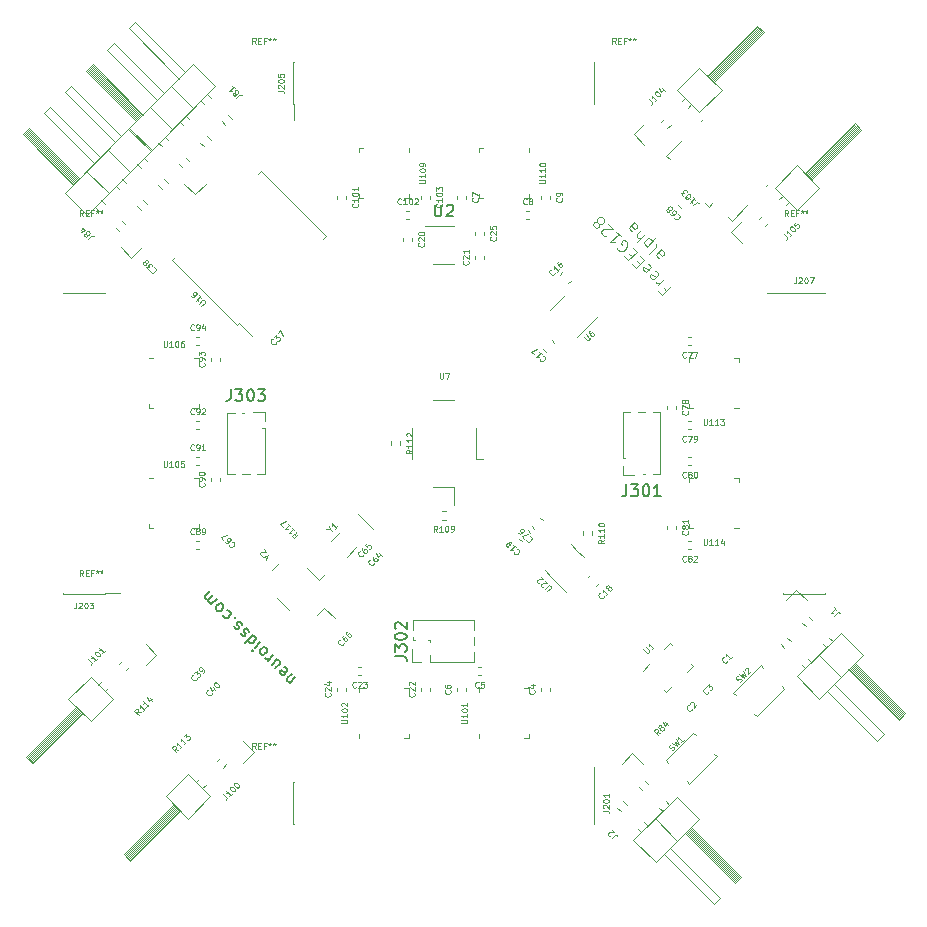
<source format=gbr>
G04 #@! TF.GenerationSoftware,KiCad,Pcbnew,5.99.0-unknown-243631a095~131~ubuntu18.04.1*
G04 #@! TF.CreationDate,2021-09-05T03:56:41+03:00*
G04 #@! TF.ProjectId,FreeEEG128-alpha,46726565-4545-4473-9132-382d616c7068,rev?*
G04 #@! TF.SameCoordinates,Original*
G04 #@! TF.FileFunction,Legend,Top*
G04 #@! TF.FilePolarity,Positive*
%FSLAX46Y46*%
G04 Gerber Fmt 4.6, Leading zero omitted, Abs format (unit mm)*
G04 Created by KiCad (PCBNEW 5.99.0-unknown-243631a095~131~ubuntu18.04.1) date 2021-09-05 03:56:41*
%MOMM*%
%LPD*%
G01*
G04 APERTURE LIST*
%ADD10C,0.125000*%
%ADD11C,0.150000*%
%ADD12C,0.075000*%
%ADD13C,0.120000*%
G04 APERTURE END LIST*
D10*
X18617683Y13162859D02*
X18853385Y12927157D01*
X19223774Y13297546D02*
X18516667Y12590439D01*
X18179950Y12927157D01*
X18617683Y13903638D02*
X18146278Y13432233D01*
X18280965Y13566920D02*
X18179950Y13533248D01*
X18112606Y13533248D01*
X18011591Y13566920D01*
X17944248Y13634264D01*
X17876904Y14577073D02*
X17977919Y14543401D01*
X18112606Y14408714D01*
X18146278Y14307699D01*
X18112606Y14206683D01*
X17843232Y13937309D01*
X17742217Y13903638D01*
X17641202Y13937309D01*
X17506515Y14071996D01*
X17472843Y14173012D01*
X17506515Y14274027D01*
X17573858Y14341370D01*
X17977919Y14071996D01*
X17270813Y15183164D02*
X17371828Y15149492D01*
X17506515Y15014805D01*
X17540187Y14913790D01*
X17506515Y14812775D01*
X17237141Y14543401D01*
X17136126Y14509729D01*
X17035110Y14543401D01*
X16900423Y14678088D01*
X16866752Y14779103D01*
X16900423Y14880118D01*
X16967767Y14947462D01*
X17371828Y14678088D01*
X16597378Y15183164D02*
X16361675Y15418866D01*
X16631049Y15890271D02*
X16967767Y15553553D01*
X16260660Y14846447D01*
X15923943Y15183164D01*
X15957614Y15822927D02*
X15721912Y16058630D01*
X15991286Y16530034D02*
X16328004Y16193317D01*
X15620897Y15486210D01*
X15284179Y15822927D01*
X14644416Y16530034D02*
X14678088Y16429019D01*
X14779103Y16328004D01*
X14913790Y16260660D01*
X15048477Y16260660D01*
X15149492Y16294332D01*
X15317851Y16395347D01*
X15418866Y16496362D01*
X15519882Y16664721D01*
X15553553Y16765736D01*
X15553553Y16900423D01*
X15486210Y17035110D01*
X15418866Y17102454D01*
X15284179Y17169797D01*
X15216836Y17169797D01*
X14981134Y16934095D01*
X15115821Y16799408D01*
X14610744Y17910576D02*
X15014805Y17506515D01*
X14812775Y17708545D02*
X14105668Y17001439D01*
X14274027Y17035110D01*
X14408714Y17035110D01*
X14509729Y17001439D01*
X13701607Y17540187D02*
X13634264Y17540187D01*
X13533248Y17573858D01*
X13364890Y17742217D01*
X13331218Y17843232D01*
X13331218Y17910576D01*
X13364890Y18011591D01*
X13432233Y18078935D01*
X13566920Y18146278D01*
X14375042Y18146278D01*
X13937309Y18584011D01*
X13129187Y18584011D02*
X13162859Y18482996D01*
X13162859Y18415652D01*
X13129187Y18314637D01*
X13095515Y18280965D01*
X12994500Y18247293D01*
X12927157Y18247293D01*
X12826141Y18280965D01*
X12691454Y18415652D01*
X12657783Y18516667D01*
X12657783Y18584011D01*
X12691454Y18685026D01*
X12725126Y18718698D01*
X12826141Y18752370D01*
X12893485Y18752370D01*
X12994500Y18718698D01*
X13129187Y18584011D01*
X13230203Y18550339D01*
X13297546Y18550339D01*
X13398561Y18584011D01*
X13533248Y18718698D01*
X13566920Y18819713D01*
X13566920Y18887057D01*
X13533248Y18988072D01*
X13398561Y19122759D01*
X13297546Y19156431D01*
X13230203Y19156431D01*
X13129187Y19122759D01*
X12994500Y18988072D01*
X12960828Y18887057D01*
X12960828Y18819713D01*
X12994500Y18718698D01*
X18392419Y16405785D02*
X18022030Y16035396D01*
X17988358Y15934381D01*
X18022030Y15833366D01*
X18156717Y15698679D01*
X18257732Y15665007D01*
X18358747Y16372114D02*
X18459762Y16338442D01*
X18628121Y16170083D01*
X18661793Y16069068D01*
X18628121Y15968053D01*
X18560778Y15900709D01*
X18459762Y15867037D01*
X18358747Y15900709D01*
X18190388Y16069068D01*
X18089373Y16102740D01*
X17954686Y16843518D02*
X17988358Y16742503D01*
X17954686Y16641488D01*
X17348595Y16035396D01*
X17213908Y16641488D02*
X17921014Y17348595D01*
X17247579Y16675159D02*
X17146564Y16708831D01*
X17011877Y16843518D01*
X16978205Y16944533D01*
X16978205Y17011877D01*
X17011877Y17112892D01*
X17213908Y17314923D01*
X17314923Y17348595D01*
X17382266Y17348595D01*
X17483282Y17314923D01*
X17617969Y17180236D01*
X17651640Y17079221D01*
X17045549Y17752656D02*
X16338442Y17045549D01*
X16742503Y18055701D02*
X16372114Y17685312D01*
X16338442Y17584297D01*
X16372114Y17483282D01*
X16473129Y17382266D01*
X16574144Y17348595D01*
X16641488Y17348595D01*
X16102740Y18695465D02*
X15732350Y18325075D01*
X15698679Y18224060D01*
X15732350Y18123045D01*
X15867037Y17988358D01*
X15968053Y17954686D01*
X16069068Y18661793D02*
X16170083Y18628121D01*
X16338442Y18459762D01*
X16372114Y18358747D01*
X16338442Y18257732D01*
X16271098Y18190388D01*
X16170083Y18156717D01*
X16069068Y18190388D01*
X15900709Y18358747D01*
X15799694Y18392419D01*
D11*
X-13024973Y-20293300D02*
X-12553569Y-19821895D01*
X-12957630Y-20225956D02*
X-13024973Y-20225956D01*
X-13125988Y-20192284D01*
X-13227004Y-20091269D01*
X-13260675Y-19990254D01*
X-13227004Y-19889239D01*
X-12856614Y-19518849D01*
X-13496378Y-18946429D02*
X-13395362Y-18980101D01*
X-13260675Y-19114788D01*
X-13227004Y-19215803D01*
X-13260675Y-19316819D01*
X-13530049Y-19586193D01*
X-13631065Y-19619865D01*
X-13732080Y-19586193D01*
X-13866767Y-19451506D01*
X-13900439Y-19350491D01*
X-13866767Y-19249475D01*
X-13799424Y-19182132D01*
X-13395362Y-19451506D01*
X-14573874Y-18744399D02*
X-14102469Y-18272994D01*
X-14270828Y-19047445D02*
X-13900439Y-18677055D01*
X-13866767Y-18576040D01*
X-13900439Y-18475025D01*
X-14001454Y-18374010D01*
X-14102469Y-18340338D01*
X-14169813Y-18340338D01*
X-14439187Y-17936277D02*
X-14910591Y-18407681D01*
X-14775904Y-18272994D02*
X-14876920Y-18306666D01*
X-14944263Y-18306666D01*
X-15045278Y-18272994D01*
X-15112622Y-18205651D01*
X-14977935Y-17397529D02*
X-14944263Y-17498544D01*
X-14944263Y-17565888D01*
X-14977935Y-17666903D01*
X-15179965Y-17868933D01*
X-15280981Y-17902605D01*
X-15348324Y-17902605D01*
X-15449339Y-17868933D01*
X-15550355Y-17767918D01*
X-15584026Y-17666903D01*
X-15584026Y-17599559D01*
X-15550355Y-17498544D01*
X-15348324Y-17296514D01*
X-15247309Y-17262842D01*
X-15179965Y-17262842D01*
X-15078950Y-17296514D01*
X-14977935Y-17397529D01*
X-15516683Y-16858781D02*
X-15988087Y-17330185D01*
X-16223790Y-17565888D02*
X-16156446Y-17565888D01*
X-16156446Y-17498544D01*
X-16223790Y-17498544D01*
X-16223790Y-17565888D01*
X-16156446Y-17498544D01*
X-16156446Y-16219018D02*
X-16863553Y-16926124D01*
X-16190118Y-16252689D02*
X-16089103Y-16286361D01*
X-15954416Y-16421048D01*
X-15920744Y-16522063D01*
X-15920744Y-16589407D01*
X-15954416Y-16690422D01*
X-16156446Y-16892453D01*
X-16257461Y-16926124D01*
X-16324805Y-16926124D01*
X-16425820Y-16892453D01*
X-16560507Y-16757766D01*
X-16594179Y-16656750D01*
X-16493164Y-15949644D02*
X-16526835Y-15848628D01*
X-16661522Y-15713941D01*
X-16762538Y-15680270D01*
X-16863553Y-15713941D01*
X-16897225Y-15747613D01*
X-16930896Y-15848628D01*
X-16897225Y-15949644D01*
X-16796209Y-16050659D01*
X-16762538Y-16151674D01*
X-16796209Y-16252689D01*
X-16829881Y-16286361D01*
X-16930896Y-16320033D01*
X-17031912Y-16286361D01*
X-17132927Y-16185346D01*
X-17166599Y-16084331D01*
X-17065583Y-15377224D02*
X-17099255Y-15276209D01*
X-17233942Y-15141522D01*
X-17334957Y-15107850D01*
X-17435973Y-15141522D01*
X-17469644Y-15175193D01*
X-17503316Y-15276209D01*
X-17469644Y-15377224D01*
X-17368629Y-15478239D01*
X-17334957Y-15579254D01*
X-17368629Y-15680270D01*
X-17402301Y-15713941D01*
X-17503316Y-15747613D01*
X-17604331Y-15713941D01*
X-17705347Y-15612926D01*
X-17739018Y-15511911D01*
X-17705347Y-14804804D02*
X-17705347Y-14737461D01*
X-17638003Y-14737461D01*
X-17638003Y-14804804D01*
X-17705347Y-14804804D01*
X-17638003Y-14737461D01*
X-18311438Y-14131369D02*
X-18210423Y-14165041D01*
X-18075736Y-14299728D01*
X-18042064Y-14400743D01*
X-18042064Y-14468087D01*
X-18075736Y-14569102D01*
X-18277766Y-14771132D01*
X-18378782Y-14804804D01*
X-18446125Y-14804804D01*
X-18547140Y-14771132D01*
X-18681827Y-14636445D01*
X-18715499Y-14535430D01*
X-18681827Y-13693636D02*
X-18648156Y-13794652D01*
X-18648156Y-13861995D01*
X-18681827Y-13963010D01*
X-18883858Y-14165041D01*
X-18984873Y-14198713D01*
X-19052217Y-14198713D01*
X-19153232Y-14165041D01*
X-19254247Y-14064026D01*
X-19287919Y-13963010D01*
X-19287919Y-13895667D01*
X-19254247Y-13794652D01*
X-19052217Y-13592621D01*
X-18951201Y-13558949D01*
X-18883858Y-13558949D01*
X-18782843Y-13592621D01*
X-18681827Y-13693636D01*
X-19220575Y-13154888D02*
X-19691980Y-13626293D01*
X-19624637Y-13558949D02*
X-19691980Y-13558949D01*
X-19792995Y-13525277D01*
X-19894011Y-13424262D01*
X-19927682Y-13323247D01*
X-19894011Y-13222232D01*
X-19523621Y-12851842D01*
X-19894011Y-13222232D02*
X-19995026Y-13255903D01*
X-20096041Y-13222232D01*
X-20197056Y-13121216D01*
X-20230728Y-13020201D01*
X-20197056Y-12919186D01*
X-19826667Y-12548797D01*
X-18039714Y4582619D02*
X-18039714Y3868333D01*
X-18087333Y3725476D01*
X-18182571Y3630238D01*
X-18325428Y3582619D01*
X-18420666Y3582619D01*
X-17658761Y4582619D02*
X-17039714Y4582619D01*
X-17373047Y4201666D01*
X-17230190Y4201666D01*
X-17134952Y4154047D01*
X-17087333Y4106428D01*
X-17039714Y4011190D01*
X-17039714Y3773095D01*
X-17087333Y3677857D01*
X-17134952Y3630238D01*
X-17230190Y3582619D01*
X-17515904Y3582619D01*
X-17611142Y3630238D01*
X-17658761Y3677857D01*
X-16420666Y4582619D02*
X-16325428Y4582619D01*
X-16230190Y4535000D01*
X-16182571Y4487380D01*
X-16134952Y4392142D01*
X-16087333Y4201666D01*
X-16087333Y3963571D01*
X-16134952Y3773095D01*
X-16182571Y3677857D01*
X-16230190Y3630238D01*
X-16325428Y3582619D01*
X-16420666Y3582619D01*
X-16515904Y3630238D01*
X-16563523Y3677857D01*
X-16611142Y3773095D01*
X-16658761Y3963571D01*
X-16658761Y4201666D01*
X-16611142Y4392142D01*
X-16563523Y4487380D01*
X-16515904Y4535000D01*
X-16420666Y4582619D01*
X-15754000Y4582619D02*
X-15134952Y4582619D01*
X-15468285Y4201666D01*
X-15325428Y4201666D01*
X-15230190Y4154047D01*
X-15182571Y4106428D01*
X-15134952Y4011190D01*
X-15134952Y3773095D01*
X-15182571Y3677857D01*
X-15230190Y3630238D01*
X-15325428Y3582619D01*
X-15611142Y3582619D01*
X-15706380Y3630238D01*
X-15754000Y3677857D01*
X15468285Y-3487380D02*
X15468285Y-4201666D01*
X15420666Y-4344523D01*
X15325428Y-4439761D01*
X15182571Y-4487380D01*
X15087333Y-4487380D01*
X15849238Y-3487380D02*
X16468285Y-3487380D01*
X16134952Y-3868333D01*
X16277809Y-3868333D01*
X16373047Y-3915952D01*
X16420666Y-3963571D01*
X16468285Y-4058809D01*
X16468285Y-4296904D01*
X16420666Y-4392142D01*
X16373047Y-4439761D01*
X16277809Y-4487380D01*
X15992095Y-4487380D01*
X15896857Y-4439761D01*
X15849238Y-4392142D01*
X17087333Y-3487380D02*
X17182571Y-3487380D01*
X17277809Y-3535000D01*
X17325428Y-3582619D01*
X17373047Y-3677857D01*
X17420666Y-3868333D01*
X17420666Y-4106428D01*
X17373047Y-4296904D01*
X17325428Y-4392142D01*
X17277809Y-4439761D01*
X17182571Y-4487380D01*
X17087333Y-4487380D01*
X16992095Y-4439761D01*
X16944476Y-4392142D01*
X16896857Y-4296904D01*
X16849238Y-4106428D01*
X16849238Y-3868333D01*
X16896857Y-3677857D01*
X16944476Y-3582619D01*
X16992095Y-3535000D01*
X17087333Y-3487380D01*
X18373047Y-4487380D02*
X17801619Y-4487380D01*
X18087333Y-4487380D02*
X18087333Y-3487380D01*
X17992095Y-3630238D01*
X17896857Y-3725476D01*
X17801619Y-3773095D01*
D12*
X16895882Y-17442092D02*
X17182092Y-17728302D01*
X17232599Y-17745138D01*
X17266271Y-17745138D01*
X17316779Y-17728302D01*
X17384122Y-17660958D01*
X17400958Y-17610451D01*
X17400958Y-17576779D01*
X17384122Y-17526271D01*
X17097912Y-17240061D01*
X17805019Y-17240061D02*
X17602989Y-17442092D01*
X17704004Y-17341077D02*
X17350451Y-16987523D01*
X17367286Y-17071703D01*
X17367286Y-17139046D01*
X17350451Y-17189554D01*
X-24538446Y14884984D02*
X-24504774Y14884984D01*
X-24437431Y14851312D01*
X-24403759Y14817641D01*
X-24370087Y14750297D01*
X-24370087Y14682954D01*
X-24386923Y14632446D01*
X-24437431Y14548267D01*
X-24487938Y14497759D01*
X-24572118Y14447251D01*
X-24622625Y14430416D01*
X-24689969Y14430416D01*
X-24757312Y14464087D01*
X-24790984Y14497759D01*
X-24824656Y14565103D01*
X-24824656Y14598774D01*
X-24976179Y14682954D02*
X-25195045Y14901820D01*
X-24942507Y14918656D01*
X-24993015Y14969164D01*
X-25009851Y15019671D01*
X-25009851Y15053343D01*
X-24993015Y15103851D01*
X-24908835Y15188030D01*
X-24858328Y15204866D01*
X-24824656Y15204866D01*
X-24774148Y15188030D01*
X-24673133Y15087015D01*
X-24656297Y15036507D01*
X-24656297Y15002835D01*
X-25245553Y15255374D02*
X-25228717Y15204866D01*
X-25228717Y15171194D01*
X-25245553Y15120687D01*
X-25262389Y15103851D01*
X-25312896Y15087015D01*
X-25346568Y15087015D01*
X-25397076Y15103851D01*
X-25464419Y15171194D01*
X-25481255Y15221702D01*
X-25481255Y15255374D01*
X-25464419Y15305881D01*
X-25447583Y15322717D01*
X-25397076Y15339553D01*
X-25363404Y15339553D01*
X-25312896Y15322717D01*
X-25245553Y15255374D01*
X-25195045Y15238538D01*
X-25161374Y15238538D01*
X-25110866Y15255374D01*
X-25043522Y15322717D01*
X-25026687Y15373225D01*
X-25026687Y15406896D01*
X-25043522Y15457404D01*
X-25110866Y15524748D01*
X-25161374Y15541583D01*
X-25195045Y15541583D01*
X-25245553Y15524748D01*
X-25312896Y15457404D01*
X-25329732Y15406896D01*
X-25329732Y15373225D01*
X-25312896Y15322717D01*
X-8483015Y-16914353D02*
X-8483015Y-16948025D01*
X-8516687Y-17015368D01*
X-8550358Y-17049040D01*
X-8617702Y-17082712D01*
X-8685045Y-17082712D01*
X-8735553Y-17065876D01*
X-8819732Y-17015368D01*
X-8870240Y-16964861D01*
X-8920748Y-16880681D01*
X-8937583Y-16830174D01*
X-8937583Y-16762830D01*
X-8903912Y-16695487D01*
X-8870240Y-16661815D01*
X-8802896Y-16628143D01*
X-8769225Y-16628143D01*
X-8499851Y-16291425D02*
X-8567194Y-16358769D01*
X-8584030Y-16409277D01*
X-8584030Y-16442948D01*
X-8567194Y-16527128D01*
X-8516687Y-16611307D01*
X-8382000Y-16745994D01*
X-8331492Y-16762830D01*
X-8297820Y-16762830D01*
X-8247312Y-16745994D01*
X-8179969Y-16678651D01*
X-8163133Y-16628143D01*
X-8163133Y-16594471D01*
X-8179969Y-16543964D01*
X-8264148Y-16459784D01*
X-8314656Y-16442948D01*
X-8348328Y-16442948D01*
X-8398835Y-16459784D01*
X-8466179Y-16527128D01*
X-8483015Y-16577635D01*
X-8483015Y-16611307D01*
X-8466179Y-16661815D01*
X-8163133Y-15954708D02*
X-8230477Y-16022051D01*
X-8247312Y-16072559D01*
X-8247312Y-16106231D01*
X-8230477Y-16190410D01*
X-8179969Y-16274590D01*
X-8045282Y-16409277D01*
X-7994774Y-16426112D01*
X-7961103Y-16426112D01*
X-7910595Y-16409277D01*
X-7843251Y-16341933D01*
X-7826416Y-16291425D01*
X-7826416Y-16257754D01*
X-7843251Y-16207246D01*
X-7927431Y-16123067D01*
X-7977938Y-16106231D01*
X-8011610Y-16106231D01*
X-8062118Y-16123067D01*
X-8129461Y-16190410D01*
X-8146297Y-16240918D01*
X-8146297Y-16274590D01*
X-8129461Y-16325097D01*
X9384832Y14421729D02*
X9384832Y14388057D01*
X9351160Y14320714D01*
X9317489Y14287042D01*
X9250145Y14253370D01*
X9182802Y14253370D01*
X9132294Y14270206D01*
X9048115Y14320714D01*
X8997607Y14371221D01*
X8947099Y14455401D01*
X8930264Y14505908D01*
X8930264Y14573252D01*
X8963935Y14640595D01*
X8997607Y14674267D01*
X9064951Y14707939D01*
X9098622Y14707939D01*
X9755222Y14724775D02*
X9553191Y14522744D01*
X9654206Y14623760D02*
X9300653Y14977313D01*
X9317489Y14893134D01*
X9317489Y14825790D01*
X9300653Y14775283D01*
X9704714Y15381374D02*
X9637370Y15314031D01*
X9620535Y15263523D01*
X9620535Y15229851D01*
X9637370Y15145672D01*
X9687878Y15061492D01*
X9822565Y14926805D01*
X9873073Y14909970D01*
X9906744Y14909970D01*
X9957252Y14926805D01*
X10024596Y14994149D01*
X10041431Y15044657D01*
X10041431Y15078328D01*
X10024596Y15128836D01*
X9940416Y15213015D01*
X9889909Y15229851D01*
X9856237Y15229851D01*
X9805729Y15213015D01*
X9738386Y15145672D01*
X9721550Y15095164D01*
X9721550Y15061492D01*
X9738386Y15010985D01*
X18347656Y-24517225D02*
X18061446Y-24466717D01*
X18145625Y-24719255D02*
X17792072Y-24365702D01*
X17926759Y-24231015D01*
X17977267Y-24214179D01*
X18010938Y-24214179D01*
X18061446Y-24231015D01*
X18111954Y-24281522D01*
X18128790Y-24332030D01*
X18128790Y-24365702D01*
X18111954Y-24416209D01*
X17977267Y-24550896D01*
X18347656Y-24113164D02*
X18297148Y-24130000D01*
X18263477Y-24130000D01*
X18212969Y-24113164D01*
X18196133Y-24096328D01*
X18179297Y-24045820D01*
X18179297Y-24012148D01*
X18196133Y-23961641D01*
X18263477Y-23894297D01*
X18313984Y-23877461D01*
X18347656Y-23877461D01*
X18398164Y-23894297D01*
X18415000Y-23911133D01*
X18431835Y-23961641D01*
X18431835Y-23995312D01*
X18415000Y-24045820D01*
X18347656Y-24113164D01*
X18330820Y-24163671D01*
X18330820Y-24197343D01*
X18347656Y-24247851D01*
X18415000Y-24315194D01*
X18465507Y-24332030D01*
X18499179Y-24332030D01*
X18549687Y-24315194D01*
X18617030Y-24247851D01*
X18633866Y-24197343D01*
X18633866Y-24163671D01*
X18617030Y-24113164D01*
X18549687Y-24045820D01*
X18499179Y-24028984D01*
X18465507Y-24028984D01*
X18415000Y-24045820D01*
X18751717Y-23641759D02*
X18987419Y-23877461D01*
X18532851Y-23591251D02*
X18701209Y-23927969D01*
X18920076Y-23709103D01*
X-22460702Y-25955583D02*
X-22746912Y-25905076D01*
X-22662732Y-26157614D02*
X-23016286Y-25804061D01*
X-22881599Y-25669374D01*
X-22831091Y-25652538D01*
X-22797419Y-25652538D01*
X-22746912Y-25669374D01*
X-22696404Y-25719881D01*
X-22679568Y-25770389D01*
X-22679568Y-25804061D01*
X-22696404Y-25854568D01*
X-22831091Y-25989255D01*
X-22123984Y-25618866D02*
X-22326015Y-25820896D01*
X-22224999Y-25719881D02*
X-22578553Y-25366328D01*
X-22561717Y-25450507D01*
X-22561717Y-25517851D01*
X-22578553Y-25568358D01*
X-21787267Y-25282148D02*
X-21989297Y-25484179D01*
X-21888282Y-25383164D02*
X-22241835Y-25029610D01*
X-22224999Y-25113790D01*
X-22224999Y-25181133D01*
X-22241835Y-25231641D01*
X-22022969Y-24810744D02*
X-21804103Y-24591877D01*
X-21787267Y-24844416D01*
X-21736759Y-24793908D01*
X-21686251Y-24777072D01*
X-21652580Y-24777072D01*
X-21602072Y-24793908D01*
X-21517893Y-24878087D01*
X-21501057Y-24928595D01*
X-21501057Y-24962267D01*
X-21517893Y-25012774D01*
X-21618908Y-25113790D01*
X-21669416Y-25130625D01*
X-21703087Y-25130625D01*
X17349716Y29166941D02*
X17602254Y28914403D01*
X17635926Y28847060D01*
X17635926Y28779716D01*
X17602254Y28712373D01*
X17568583Y28678701D01*
X18056823Y29166941D02*
X17854793Y28964911D01*
X17955808Y29065926D02*
X17602254Y29419480D01*
X17619090Y29335300D01*
X17619090Y29267957D01*
X17602254Y29217449D01*
X17922136Y29739361D02*
X17955808Y29773033D01*
X18006315Y29789869D01*
X18039987Y29789869D01*
X18090495Y29773033D01*
X18174674Y29722525D01*
X18258854Y29638346D01*
X18309361Y29554167D01*
X18326197Y29503659D01*
X18326197Y29469987D01*
X18309361Y29419480D01*
X18275689Y29385808D01*
X18225182Y29368972D01*
X18191510Y29368972D01*
X18141002Y29385808D01*
X18056823Y29436315D01*
X17972644Y29520495D01*
X17922136Y29604674D01*
X17905300Y29655182D01*
X17905300Y29688854D01*
X17922136Y29739361D01*
X18460884Y30042407D02*
X18696586Y29806705D01*
X18242018Y30092915D02*
X18410376Y29756197D01*
X18629243Y29975063D01*
X-20929015Y-19911553D02*
X-20929015Y-19945225D01*
X-20962687Y-20012568D01*
X-20996358Y-20046240D01*
X-21063702Y-20079912D01*
X-21131045Y-20079912D01*
X-21181553Y-20063076D01*
X-21265732Y-20012568D01*
X-21316240Y-19962061D01*
X-21366748Y-19877881D01*
X-21383583Y-19827374D01*
X-21383583Y-19760030D01*
X-21349912Y-19692687D01*
X-21316240Y-19659015D01*
X-21248896Y-19625343D01*
X-21215225Y-19625343D01*
X-21131045Y-19473820D02*
X-20912179Y-19254954D01*
X-20895343Y-19507492D01*
X-20844835Y-19456984D01*
X-20794328Y-19440148D01*
X-20760656Y-19440148D01*
X-20710148Y-19456984D01*
X-20625969Y-19541164D01*
X-20609133Y-19591671D01*
X-20609133Y-19625343D01*
X-20625969Y-19675851D01*
X-20726984Y-19776866D01*
X-20777492Y-19793702D01*
X-20811164Y-19793702D01*
X-20390267Y-19440148D02*
X-20322923Y-19372805D01*
X-20306087Y-19322297D01*
X-20306087Y-19288625D01*
X-20322923Y-19204446D01*
X-20373431Y-19120267D01*
X-20508118Y-18985580D01*
X-20558625Y-18968744D01*
X-20592297Y-18968744D01*
X-20642805Y-18985580D01*
X-20710148Y-19052923D01*
X-20726984Y-19103431D01*
X-20726984Y-19137103D01*
X-20710148Y-19187610D01*
X-20625969Y-19271790D01*
X-20575461Y-19288625D01*
X-20541790Y-19288625D01*
X-20491282Y-19271790D01*
X-20423938Y-19204446D01*
X-20407103Y-19153938D01*
X-20407103Y-19120267D01*
X-20423938Y-19069759D01*
X-5917615Y-10157953D02*
X-5917615Y-10191625D01*
X-5951287Y-10258968D01*
X-5984958Y-10292640D01*
X-6052302Y-10326312D01*
X-6119645Y-10326312D01*
X-6170153Y-10309476D01*
X-6254332Y-10258968D01*
X-6304840Y-10208461D01*
X-6355348Y-10124281D01*
X-6372183Y-10073774D01*
X-6372183Y-10006430D01*
X-6338512Y-9939087D01*
X-6304840Y-9905415D01*
X-6237496Y-9871743D01*
X-6203825Y-9871743D01*
X-5934451Y-9535025D02*
X-6001794Y-9602369D01*
X-6018630Y-9652877D01*
X-6018630Y-9686548D01*
X-6001794Y-9770728D01*
X-5951287Y-9854907D01*
X-5816600Y-9989594D01*
X-5766092Y-10006430D01*
X-5732420Y-10006430D01*
X-5681912Y-9989594D01*
X-5614569Y-9922251D01*
X-5597733Y-9871743D01*
X-5597733Y-9838071D01*
X-5614569Y-9787564D01*
X-5698748Y-9703384D01*
X-5749256Y-9686548D01*
X-5782928Y-9686548D01*
X-5833435Y-9703384D01*
X-5900779Y-9770728D01*
X-5917615Y-9821235D01*
X-5917615Y-9854907D01*
X-5900779Y-9905415D01*
X-5479882Y-9316159D02*
X-5244180Y-9551861D01*
X-5698748Y-9265651D02*
X-5530390Y-9602369D01*
X-5311523Y-9383503D01*
X11856013Y9017438D02*
X12142223Y8731228D01*
X12192730Y8714392D01*
X12226402Y8714392D01*
X12276910Y8731228D01*
X12344253Y8798572D01*
X12361089Y8849079D01*
X12361089Y8882751D01*
X12344253Y8933259D01*
X12058043Y9219469D01*
X12377925Y9539350D02*
X12310582Y9472007D01*
X12293746Y9421499D01*
X12293746Y9387827D01*
X12310582Y9303648D01*
X12361089Y9219469D01*
X12495776Y9084782D01*
X12546284Y9067946D01*
X12579956Y9067946D01*
X12630463Y9084782D01*
X12697807Y9152125D01*
X12714643Y9202633D01*
X12714643Y9236304D01*
X12697807Y9286812D01*
X12613627Y9370991D01*
X12563120Y9387827D01*
X12529448Y9387827D01*
X12478940Y9370991D01*
X12411597Y9303648D01*
X12394761Y9253140D01*
X12394761Y9219469D01*
X12411597Y9168961D01*
X24005028Y-18396994D02*
X24005028Y-18430666D01*
X23971356Y-18498009D01*
X23937685Y-18531681D01*
X23870341Y-18565353D01*
X23802997Y-18565353D01*
X23752490Y-18548517D01*
X23668310Y-18498009D01*
X23617803Y-18447502D01*
X23567295Y-18363322D01*
X23550459Y-18312815D01*
X23550459Y-18245471D01*
X23584131Y-18178128D01*
X23617803Y-18144456D01*
X23685146Y-18110784D01*
X23718818Y-18110784D01*
X24375417Y-18093948D02*
X24173387Y-18295979D01*
X24274402Y-18194964D02*
X23920849Y-17841410D01*
X23937685Y-17925590D01*
X23937685Y-17992933D01*
X23920849Y-18043441D01*
X-14987840Y-9577193D02*
X-14819481Y-9408834D01*
X-15055183Y-9880239D02*
X-14987840Y-9577193D01*
X-15290885Y-9644537D01*
X-15358229Y-9509850D02*
X-15391901Y-9509850D01*
X-15442408Y-9493014D01*
X-15526588Y-9408834D01*
X-15543424Y-9358327D01*
X-15543424Y-9324655D01*
X-15526588Y-9274147D01*
X-15492916Y-9240476D01*
X-15425572Y-9206804D01*
X-15021511Y-9206804D01*
X-15240378Y-8987938D01*
X-17883646Y-8330615D02*
X-17849974Y-8330615D01*
X-17782631Y-8364287D01*
X-17748959Y-8397958D01*
X-17715287Y-8465302D01*
X-17715287Y-8532645D01*
X-17732123Y-8583153D01*
X-17782631Y-8667332D01*
X-17833138Y-8717840D01*
X-17917318Y-8768348D01*
X-17967825Y-8785183D01*
X-18035169Y-8785183D01*
X-18102512Y-8751512D01*
X-18136184Y-8717840D01*
X-18169856Y-8650496D01*
X-18169856Y-8616825D01*
X-18506574Y-8347451D02*
X-18439230Y-8414794D01*
X-18388722Y-8431630D01*
X-18355051Y-8431630D01*
X-18270871Y-8414794D01*
X-18186692Y-8364287D01*
X-18052005Y-8229600D01*
X-18035169Y-8179092D01*
X-18035169Y-8145420D01*
X-18052005Y-8094912D01*
X-18119348Y-8027569D01*
X-18169856Y-8010733D01*
X-18203528Y-8010733D01*
X-18254035Y-8027569D01*
X-18338215Y-8111748D01*
X-18355051Y-8162256D01*
X-18355051Y-8195928D01*
X-18338215Y-8246435D01*
X-18270871Y-8313779D01*
X-18220364Y-8330615D01*
X-18186692Y-8330615D01*
X-18136184Y-8313779D01*
X-18658096Y-8195928D02*
X-18893799Y-7960225D01*
X-18388722Y-7758195D01*
X19800927Y19397158D02*
X19834599Y19397158D01*
X19901942Y19363486D01*
X19935614Y19329815D01*
X19969286Y19262471D01*
X19969286Y19195128D01*
X19952450Y19144620D01*
X19901942Y19060441D01*
X19851435Y19009933D01*
X19767255Y18959425D01*
X19716748Y18942590D01*
X19649404Y18942590D01*
X19582061Y18976261D01*
X19548389Y19009933D01*
X19514717Y19077277D01*
X19514717Y19110948D01*
X19177999Y19380322D02*
X19245343Y19312979D01*
X19295851Y19296143D01*
X19329522Y19296143D01*
X19413702Y19312979D01*
X19497881Y19363486D01*
X19632568Y19498174D01*
X19649404Y19548681D01*
X19649404Y19582353D01*
X19632568Y19632861D01*
X19565225Y19700204D01*
X19514717Y19717040D01*
X19481045Y19717040D01*
X19430538Y19700204D01*
X19346358Y19616025D01*
X19329522Y19565517D01*
X19329522Y19531845D01*
X19346358Y19481338D01*
X19413702Y19413994D01*
X19464209Y19397158D01*
X19497881Y19397158D01*
X19548389Y19413994D01*
X19093820Y19767548D02*
X19110656Y19717040D01*
X19110656Y19683368D01*
X19093820Y19632861D01*
X19076984Y19616025D01*
X19026477Y19599189D01*
X18992805Y19599189D01*
X18942297Y19616025D01*
X18874954Y19683368D01*
X18858118Y19733876D01*
X18858118Y19767548D01*
X18874954Y19818055D01*
X18891790Y19834891D01*
X18942297Y19851727D01*
X18975969Y19851727D01*
X19026477Y19834891D01*
X19093820Y19767548D01*
X19144328Y19750712D01*
X19177999Y19750712D01*
X19228507Y19767548D01*
X19295851Y19834891D01*
X19312686Y19885399D01*
X19312686Y19919070D01*
X19295851Y19969578D01*
X19228507Y20036922D01*
X19177999Y20053757D01*
X19144328Y20053757D01*
X19093820Y20036922D01*
X19026477Y19969578D01*
X19009641Y19919070D01*
X19009641Y19885399D01*
X19026477Y19834891D01*
X21088956Y20129018D02*
X21341494Y20381556D01*
X21408837Y20415228D01*
X21476181Y20415228D01*
X21543524Y20381556D01*
X21577196Y20347885D01*
X21088956Y20836125D02*
X21290986Y20634095D01*
X21189971Y20735110D02*
X20836417Y20381556D01*
X20920597Y20398392D01*
X20987940Y20398392D01*
X21038448Y20381556D01*
X20516536Y20701438D02*
X20482864Y20735110D01*
X20466028Y20785617D01*
X20466028Y20819289D01*
X20482864Y20869797D01*
X20533372Y20953976D01*
X20617551Y21038156D01*
X20701730Y21088663D01*
X20752238Y21105499D01*
X20785910Y21105499D01*
X20836417Y21088663D01*
X20870089Y21054991D01*
X20886925Y21004484D01*
X20886925Y20970812D01*
X20870089Y20920304D01*
X20819582Y20836125D01*
X20735402Y20751946D01*
X20651223Y20701438D01*
X20600715Y20684602D01*
X20567043Y20684602D01*
X20516536Y20701438D01*
X20280834Y20937140D02*
X20061967Y21156007D01*
X20314505Y21172843D01*
X20263998Y21223350D01*
X20247162Y21273858D01*
X20247162Y21307530D01*
X20263998Y21358037D01*
X20348177Y21442217D01*
X20398685Y21459052D01*
X20432356Y21459052D01*
X20482864Y21442217D01*
X20583879Y21341201D01*
X20600715Y21290694D01*
X20600715Y21257022D01*
X28779716Y17736941D02*
X29032254Y17484403D01*
X29065926Y17417060D01*
X29065926Y17349716D01*
X29032254Y17282373D01*
X28998583Y17248701D01*
X29486823Y17736941D02*
X29284793Y17534911D01*
X29385808Y17635926D02*
X29032254Y17989480D01*
X29049090Y17905300D01*
X29049090Y17837957D01*
X29032254Y17787449D01*
X29352136Y18309361D02*
X29385808Y18343033D01*
X29436315Y18359869D01*
X29469987Y18359869D01*
X29520495Y18343033D01*
X29604674Y18292525D01*
X29688854Y18208346D01*
X29739361Y18124167D01*
X29756197Y18073659D01*
X29756197Y18039987D01*
X29739361Y17989480D01*
X29705689Y17955808D01*
X29655182Y17938972D01*
X29621510Y17938972D01*
X29571002Y17955808D01*
X29486823Y18006315D01*
X29402644Y18090495D01*
X29352136Y18174674D01*
X29335300Y18225182D01*
X29335300Y18258854D01*
X29352136Y18309361D01*
X29789869Y18747094D02*
X29621510Y18578735D01*
X29773033Y18393541D01*
X29773033Y18427212D01*
X29789869Y18477720D01*
X29874048Y18561899D01*
X29924556Y18578735D01*
X29958228Y18578735D01*
X30008735Y18561899D01*
X30092915Y18477720D01*
X30109750Y18427212D01*
X30109750Y18393541D01*
X30092915Y18343033D01*
X30008735Y18258854D01*
X29958228Y18242018D01*
X29924556Y18242018D01*
X19356700Y-26014509D02*
X19424043Y-25980837D01*
X19508223Y-25896658D01*
X19525059Y-25846150D01*
X19525059Y-25812478D01*
X19508223Y-25761971D01*
X19474551Y-25728299D01*
X19424043Y-25711463D01*
X19390372Y-25711463D01*
X19339864Y-25728299D01*
X19255685Y-25778807D01*
X19205177Y-25795643D01*
X19171505Y-25795643D01*
X19120998Y-25778807D01*
X19087326Y-25745135D01*
X19070490Y-25694627D01*
X19070490Y-25660956D01*
X19087326Y-25610448D01*
X19171505Y-25526269D01*
X19238849Y-25492597D01*
X19339864Y-25357910D02*
X19777597Y-25627284D01*
X19592402Y-25307402D01*
X19912284Y-25492597D01*
X19642910Y-25054864D01*
X20316345Y-25088536D02*
X20114314Y-25290566D01*
X20215330Y-25189551D02*
X19861776Y-24835998D01*
X19878612Y-24920177D01*
X19878612Y-24987521D01*
X19861776Y-25038028D01*
X-9625576Y-7297340D02*
X-9457217Y-7465699D01*
X-9928622Y-7229997D02*
X-9625576Y-7297340D01*
X-9692920Y-6994295D01*
X-9036321Y-7044802D02*
X-9238351Y-7246833D01*
X-9137336Y-7145817D02*
X-9490889Y-6792264D01*
X-9474053Y-6876443D01*
X-9474053Y-6943787D01*
X-9490889Y-6994295D01*
X-18646079Y-29688854D02*
X-18393541Y-29941392D01*
X-18359869Y-30008735D01*
X-18359869Y-30076079D01*
X-18393541Y-30143422D01*
X-18427212Y-30177094D01*
X-17938972Y-29688854D02*
X-18141002Y-29890884D01*
X-18039987Y-29789869D02*
X-18393541Y-29436315D01*
X-18376705Y-29520495D01*
X-18376705Y-29587838D01*
X-18393541Y-29638346D01*
X-18073659Y-29116434D02*
X-18039987Y-29082762D01*
X-17989480Y-29065926D01*
X-17955808Y-29065926D01*
X-17905300Y-29082762D01*
X-17821121Y-29133270D01*
X-17736941Y-29217449D01*
X-17686434Y-29301628D01*
X-17669598Y-29352136D01*
X-17669598Y-29385808D01*
X-17686434Y-29436315D01*
X-17720106Y-29469987D01*
X-17770613Y-29486823D01*
X-17804285Y-29486823D01*
X-17854793Y-29469987D01*
X-17938972Y-29419480D01*
X-18023151Y-29335300D01*
X-18073659Y-29251121D01*
X-18090495Y-29200613D01*
X-18090495Y-29166941D01*
X-18073659Y-29116434D01*
X-17736941Y-28779716D02*
X-17703270Y-28746045D01*
X-17652762Y-28729209D01*
X-17619090Y-28729209D01*
X-17568583Y-28746045D01*
X-17484403Y-28796552D01*
X-17400224Y-28880732D01*
X-17349716Y-28964911D01*
X-17332880Y-29015419D01*
X-17332880Y-29049090D01*
X-17349716Y-29099598D01*
X-17383388Y-29133270D01*
X-17433896Y-29150106D01*
X-17467567Y-29150106D01*
X-17518075Y-29133270D01*
X-17602254Y-29082762D01*
X-17686434Y-28998583D01*
X-17736941Y-28914403D01*
X-17753777Y-28863896D01*
X-17753777Y-28830224D01*
X-17736941Y-28779716D01*
X-338863Y5974656D02*
X-338863Y5569894D01*
X-315053Y5522275D01*
X-291244Y5498466D01*
X-243625Y5474656D01*
X-148387Y5474656D01*
X-100768Y5498466D01*
X-76958Y5522275D01*
X-53149Y5569894D01*
X-53149Y5974656D01*
X137327Y5974656D02*
X470660Y5974656D01*
X256374Y5474656D01*
X-19659015Y-21181553D02*
X-19659015Y-21215225D01*
X-19692687Y-21282568D01*
X-19726358Y-21316240D01*
X-19793702Y-21349912D01*
X-19861045Y-21349912D01*
X-19911553Y-21333076D01*
X-19995732Y-21282568D01*
X-20046240Y-21232061D01*
X-20096748Y-21147881D01*
X-20113583Y-21097374D01*
X-20113583Y-21030030D01*
X-20079912Y-20962687D01*
X-20046240Y-20929015D01*
X-19978896Y-20895343D01*
X-19945225Y-20895343D01*
X-19558000Y-20676477D02*
X-19322297Y-20912179D01*
X-19776866Y-20625969D02*
X-19608507Y-20962687D01*
X-19389641Y-20743820D01*
X-19423312Y-20306087D02*
X-19389641Y-20272416D01*
X-19339133Y-20255580D01*
X-19305461Y-20255580D01*
X-19254954Y-20272416D01*
X-19170774Y-20322923D01*
X-19086595Y-20407103D01*
X-19036087Y-20491282D01*
X-19019251Y-20541790D01*
X-19019251Y-20575461D01*
X-19036087Y-20625969D01*
X-19069759Y-20659641D01*
X-19120267Y-20676477D01*
X-19153938Y-20676477D01*
X-19204446Y-20659641D01*
X-19288625Y-20609133D01*
X-19372805Y-20524954D01*
X-19423312Y-20440774D01*
X-19440148Y-20390267D01*
X-19440148Y-20356595D01*
X-19423312Y-20306087D01*
X21022343Y-22486394D02*
X21022343Y-22520066D01*
X20988671Y-22587409D01*
X20955000Y-22621081D01*
X20887656Y-22654753D01*
X20820312Y-22654753D01*
X20769805Y-22637917D01*
X20685625Y-22587409D01*
X20635118Y-22536902D01*
X20584610Y-22452722D01*
X20567774Y-22402215D01*
X20567774Y-22334871D01*
X20601446Y-22267528D01*
X20635118Y-22233856D01*
X20702461Y-22200184D01*
X20736133Y-22200184D01*
X20870820Y-22065497D02*
X20870820Y-22031825D01*
X20887656Y-21981318D01*
X20971835Y-21897138D01*
X21022343Y-21880303D01*
X21056015Y-21880303D01*
X21106522Y-21897138D01*
X21140194Y-21930810D01*
X21173866Y-21998154D01*
X21173866Y-22402215D01*
X21392732Y-22183348D01*
X-6806616Y-9421353D02*
X-6806616Y-9455025D01*
X-6840288Y-9522368D01*
X-6873959Y-9556040D01*
X-6941303Y-9589712D01*
X-7008646Y-9589712D01*
X-7059154Y-9572876D01*
X-7143333Y-9522368D01*
X-7193841Y-9471861D01*
X-7244349Y-9387681D01*
X-7261184Y-9337174D01*
X-7261184Y-9269830D01*
X-7227513Y-9202487D01*
X-7193841Y-9168815D01*
X-7126497Y-9135143D01*
X-7092826Y-9135143D01*
X-6823452Y-8798425D02*
X-6890795Y-8865769D01*
X-6907631Y-8916277D01*
X-6907631Y-8949948D01*
X-6890795Y-9034128D01*
X-6840288Y-9118307D01*
X-6705601Y-9252994D01*
X-6655093Y-9269830D01*
X-6621421Y-9269830D01*
X-6570913Y-9252994D01*
X-6503570Y-9185651D01*
X-6486734Y-9135143D01*
X-6486734Y-9101471D01*
X-6503570Y-9050964D01*
X-6587749Y-8966784D01*
X-6638257Y-8949948D01*
X-6671929Y-8949948D01*
X-6722436Y-8966784D01*
X-6789780Y-9034128D01*
X-6806616Y-9084635D01*
X-6806616Y-9118307D01*
X-6789780Y-9168815D01*
X-6469898Y-8444872D02*
X-6638257Y-8613231D01*
X-6486734Y-8798425D01*
X-6486734Y-8764754D01*
X-6469898Y-8714246D01*
X-6385719Y-8630067D01*
X-6335211Y-8613231D01*
X-6301539Y-8613231D01*
X-6251032Y-8630067D01*
X-6166852Y-8714246D01*
X-6150017Y-8764754D01*
X-6150017Y-8798425D01*
X-6166852Y-8848933D01*
X-6251032Y-8933112D01*
X-6301539Y-8949948D01*
X-6335211Y-8949948D01*
X-30076079Y-18258854D02*
X-29823541Y-18511392D01*
X-29789869Y-18578735D01*
X-29789869Y-18646079D01*
X-29823541Y-18713422D01*
X-29857212Y-18747094D01*
X-29368972Y-18258854D02*
X-29571002Y-18460884D01*
X-29469987Y-18359869D02*
X-29823541Y-18006315D01*
X-29806705Y-18090495D01*
X-29806705Y-18157838D01*
X-29823541Y-18208346D01*
X-29503659Y-17686434D02*
X-29469987Y-17652762D01*
X-29419480Y-17635926D01*
X-29385808Y-17635926D01*
X-29335300Y-17652762D01*
X-29251121Y-17703270D01*
X-29166941Y-17787449D01*
X-29116434Y-17871628D01*
X-29099598Y-17922136D01*
X-29099598Y-17955808D01*
X-29116434Y-18006315D01*
X-29150106Y-18039987D01*
X-29200613Y-18056823D01*
X-29234285Y-18056823D01*
X-29284793Y-18039987D01*
X-29368972Y-17989480D01*
X-29453151Y-17905300D01*
X-29503659Y-17821121D01*
X-29520495Y-17770613D01*
X-29520495Y-17736941D01*
X-29503659Y-17686434D01*
X-28695537Y-17585419D02*
X-28897567Y-17787449D01*
X-28796552Y-17686434D02*
X-29150106Y-17332880D01*
X-29133270Y-17417060D01*
X-29133270Y-17484403D01*
X-29150106Y-17534911D01*
X25046300Y-20223309D02*
X25113643Y-20189637D01*
X25197823Y-20105458D01*
X25214659Y-20054950D01*
X25214659Y-20021278D01*
X25197823Y-19970771D01*
X25164151Y-19937099D01*
X25113643Y-19920263D01*
X25079972Y-19920263D01*
X25029464Y-19937099D01*
X24945285Y-19987607D01*
X24894777Y-20004443D01*
X24861105Y-20004443D01*
X24810598Y-19987607D01*
X24776926Y-19953935D01*
X24760090Y-19903427D01*
X24760090Y-19869756D01*
X24776926Y-19819248D01*
X24861105Y-19735069D01*
X24928449Y-19701397D01*
X25029464Y-19566710D02*
X25467197Y-19836084D01*
X25282002Y-19516202D01*
X25601884Y-19701397D01*
X25332510Y-19263664D01*
X25484033Y-19179485D02*
X25484033Y-19145813D01*
X25500869Y-19095305D01*
X25585048Y-19011126D01*
X25635556Y-18994290D01*
X25669227Y-18994290D01*
X25719735Y-19011126D01*
X25753407Y-19044798D01*
X25787078Y-19112141D01*
X25787078Y-19516202D01*
X26005945Y-19297336D01*
X22419343Y-21038594D02*
X22419343Y-21072266D01*
X22385671Y-21139609D01*
X22352000Y-21173281D01*
X22284656Y-21206953D01*
X22217312Y-21206953D01*
X22166805Y-21190117D01*
X22082625Y-21139609D01*
X22032118Y-21089102D01*
X21981610Y-21004922D01*
X21964774Y-20954415D01*
X21964774Y-20887071D01*
X21998446Y-20819728D01*
X22032118Y-20786056D01*
X22099461Y-20752384D01*
X22133133Y-20752384D01*
X22217312Y-20600861D02*
X22436179Y-20381995D01*
X22453015Y-20634533D01*
X22503522Y-20584025D01*
X22554030Y-20567190D01*
X22587702Y-20567190D01*
X22638209Y-20584025D01*
X22722389Y-20668205D01*
X22739225Y-20718712D01*
X22739225Y-20752384D01*
X22722389Y-20802892D01*
X22621374Y-20903907D01*
X22570866Y-20920743D01*
X22537194Y-20920743D01*
X-12500016Y-7500102D02*
X-12550523Y-7786312D01*
X-12297985Y-7702132D02*
X-12651538Y-8055686D01*
X-12786225Y-7920999D01*
X-12803061Y-7870491D01*
X-12803061Y-7836819D01*
X-12786225Y-7786312D01*
X-12735718Y-7735804D01*
X-12685210Y-7718968D01*
X-12651538Y-7718968D01*
X-12601031Y-7735804D01*
X-12466344Y-7870491D01*
X-12836733Y-7163384D02*
X-12634703Y-7365415D01*
X-12735718Y-7264400D02*
X-13089271Y-7617953D01*
X-13005092Y-7601117D01*
X-12937748Y-7601117D01*
X-12887241Y-7617953D01*
X-13173451Y-6826667D02*
X-12971420Y-7028697D01*
X-13072435Y-6927682D02*
X-13425989Y-7281235D01*
X-13341809Y-7264400D01*
X-13274466Y-7264400D01*
X-13223958Y-7281235D01*
X-13644855Y-7062369D02*
X-13880557Y-6826667D01*
X-13375481Y-6624636D01*
X8405353Y7391984D02*
X8439025Y7391984D01*
X8506368Y7358312D01*
X8540040Y7324641D01*
X8573712Y7257297D01*
X8573712Y7189954D01*
X8556876Y7139446D01*
X8506368Y7055267D01*
X8455861Y7004759D01*
X8371681Y6954251D01*
X8321174Y6937416D01*
X8253830Y6937416D01*
X8186487Y6971087D01*
X8152815Y7004759D01*
X8119143Y7072103D01*
X8119143Y7105774D01*
X8102307Y7762374D02*
X8304338Y7560343D01*
X8203322Y7661358D02*
X7849769Y7307805D01*
X7933948Y7324641D01*
X8001292Y7324641D01*
X8051800Y7307805D01*
X7630903Y7526671D02*
X7395200Y7762374D01*
X7900277Y7964404D01*
X14221085Y-33440412D02*
X14473623Y-33187874D01*
X14540967Y-33154202D01*
X14608310Y-33154202D01*
X14675654Y-33187874D01*
X14709325Y-33221546D01*
X14103234Y-33255218D02*
X14069562Y-33255218D01*
X14019055Y-33238382D01*
X13934875Y-33154202D01*
X13918039Y-33103695D01*
X13918039Y-33070023D01*
X13934875Y-33019515D01*
X13968547Y-32985844D01*
X14035890Y-32952172D01*
X14439951Y-32952172D01*
X14221085Y-32733305D01*
X-25635702Y-22780583D02*
X-25921912Y-22730076D01*
X-25837732Y-22982614D02*
X-26191286Y-22629061D01*
X-26056599Y-22494374D01*
X-26006091Y-22477538D01*
X-25972419Y-22477538D01*
X-25921912Y-22494374D01*
X-25871404Y-22544881D01*
X-25854568Y-22595389D01*
X-25854568Y-22629061D01*
X-25871404Y-22679568D01*
X-26006091Y-22814255D01*
X-25298984Y-22443866D02*
X-25501015Y-22645896D01*
X-25399999Y-22544881D02*
X-25753553Y-22191328D01*
X-25736717Y-22275507D01*
X-25736717Y-22342851D01*
X-25753553Y-22393358D01*
X-24962267Y-22107148D02*
X-25164297Y-22309179D01*
X-25063282Y-22208164D02*
X-25416835Y-21854610D01*
X-25399999Y-21938790D01*
X-25399999Y-22006133D01*
X-25416835Y-22056641D01*
X-24894923Y-21568400D02*
X-24659221Y-21804103D01*
X-25113790Y-21517893D02*
X-24945431Y-21854610D01*
X-24726564Y-21635744D01*
X-20538159Y11616534D02*
X-20251949Y11902744D01*
X-20235114Y11953252D01*
X-20235114Y11986923D01*
X-20251949Y12037431D01*
X-20319293Y12104775D01*
X-20369801Y12121610D01*
X-20403472Y12121610D01*
X-20453980Y12104775D01*
X-20740190Y11818565D01*
X-20740190Y12525671D02*
X-20538159Y12323641D01*
X-20639175Y12424656D02*
X-20992728Y12071103D01*
X-20908549Y12087939D01*
X-20841205Y12087939D01*
X-20790697Y12071103D01*
X-21396789Y12475164D02*
X-21329445Y12407820D01*
X-21278938Y12390984D01*
X-21245266Y12390984D01*
X-21161087Y12407820D01*
X-21076907Y12458328D01*
X-20942220Y12593015D01*
X-20925384Y12643523D01*
X-20925384Y12677194D01*
X-20942220Y12727702D01*
X-21009564Y12795045D01*
X-21060071Y12811881D01*
X-21093743Y12811881D01*
X-21144251Y12795045D01*
X-21228430Y12710866D01*
X-21245266Y12660358D01*
X-21245266Y12626687D01*
X-21228430Y12576179D01*
X-21161087Y12508836D01*
X-21110579Y12492000D01*
X-21076907Y12492000D01*
X-21026400Y12508836D01*
X-14198015Y8536446D02*
X-14198015Y8502774D01*
X-14231687Y8435431D01*
X-14265358Y8401759D01*
X-14332702Y8368087D01*
X-14400045Y8368087D01*
X-14450553Y8384923D01*
X-14534732Y8435431D01*
X-14585240Y8485938D01*
X-14635748Y8570118D01*
X-14652583Y8620625D01*
X-14652583Y8687969D01*
X-14618912Y8755312D01*
X-14585240Y8788984D01*
X-14517896Y8822656D01*
X-14484225Y8822656D01*
X-14400045Y8974179D02*
X-14181179Y9193045D01*
X-14164343Y8940507D01*
X-14113835Y8991015D01*
X-14063328Y9007851D01*
X-14029656Y9007851D01*
X-13979148Y8991015D01*
X-13894969Y8906835D01*
X-13878133Y8856328D01*
X-13878133Y8822656D01*
X-13894969Y8772148D01*
X-13995984Y8671133D01*
X-14046492Y8654297D01*
X-14080164Y8654297D01*
X-14063328Y9310896D02*
X-13827625Y9546599D01*
X-13625595Y9041522D01*
X-17560402Y29238177D02*
X-17307864Y29490715D01*
X-17240521Y29524387D01*
X-17173177Y29524387D01*
X-17105834Y29490715D01*
X-17072162Y29457043D01*
X-17627746Y29608566D02*
X-17610910Y29558059D01*
X-17610910Y29524387D01*
X-17627746Y29473879D01*
X-17644582Y29457043D01*
X-17695089Y29440208D01*
X-17728761Y29440208D01*
X-17779269Y29457043D01*
X-17846612Y29524387D01*
X-17863448Y29574895D01*
X-17863448Y29608566D01*
X-17846612Y29659074D01*
X-17829776Y29675910D01*
X-17779269Y29692746D01*
X-17745597Y29692746D01*
X-17695089Y29675910D01*
X-17627746Y29608566D01*
X-17577238Y29591730D01*
X-17543566Y29591730D01*
X-17493059Y29608566D01*
X-17425715Y29675910D01*
X-17408879Y29726417D01*
X-17408879Y29760089D01*
X-17425715Y29810597D01*
X-17493059Y29877940D01*
X-17543566Y29894776D01*
X-17577238Y29894776D01*
X-17627746Y29877940D01*
X-17695089Y29810597D01*
X-17711925Y29760089D01*
X-17711925Y29726417D01*
X-17695089Y29675910D01*
X-17897120Y30282001D02*
X-17695089Y30079971D01*
X-17796104Y30180986D02*
X-18149658Y29827433D01*
X-18065478Y29844269D01*
X-17998135Y29844269D01*
X-17947627Y29827433D01*
X33053187Y-14608310D02*
X33305725Y-14355772D01*
X33373069Y-14322100D01*
X33440412Y-14322100D01*
X33507756Y-14355772D01*
X33541427Y-14389444D01*
X33053187Y-13901203D02*
X33255218Y-14103234D01*
X33154202Y-14002219D02*
X32800649Y-14355772D01*
X32884828Y-14338936D01*
X32952172Y-14338936D01*
X33002679Y-14355772D01*
X-30133402Y17300177D02*
X-29880864Y17552715D01*
X-29813521Y17586387D01*
X-29746177Y17586387D01*
X-29678834Y17552715D01*
X-29645162Y17519043D01*
X-30200746Y17670566D02*
X-30183910Y17620059D01*
X-30183910Y17586387D01*
X-30200746Y17535879D01*
X-30217582Y17519043D01*
X-30268089Y17502208D01*
X-30301761Y17502208D01*
X-30352269Y17519043D01*
X-30419612Y17586387D01*
X-30436448Y17636895D01*
X-30436448Y17670566D01*
X-30419612Y17721074D01*
X-30402776Y17737910D01*
X-30352269Y17754746D01*
X-30318597Y17754746D01*
X-30268089Y17737910D01*
X-30200746Y17670566D01*
X-30150238Y17653730D01*
X-30116566Y17653730D01*
X-30066059Y17670566D01*
X-29998715Y17737910D01*
X-29981879Y17788417D01*
X-29981879Y17822089D01*
X-29998715Y17872597D01*
X-30066059Y17939940D01*
X-30116566Y17956776D01*
X-30150238Y17956776D01*
X-30200746Y17939940D01*
X-30268089Y17872597D01*
X-30284925Y17822089D01*
X-30284925Y17788417D01*
X-30268089Y17737910D01*
X-30672150Y18074627D02*
X-30436448Y18310330D01*
X-30722658Y17855761D02*
X-30385940Y18024120D01*
X-30604807Y18242986D01*
X20642571Y-7433428D02*
X20666380Y-7457238D01*
X20690190Y-7528666D01*
X20690190Y-7576285D01*
X20666380Y-7647714D01*
X20618761Y-7695333D01*
X20571142Y-7719142D01*
X20475904Y-7742952D01*
X20404476Y-7742952D01*
X20309238Y-7719142D01*
X20261619Y-7695333D01*
X20214000Y-7647714D01*
X20190190Y-7576285D01*
X20190190Y-7528666D01*
X20214000Y-7457238D01*
X20237809Y-7433428D01*
X20404476Y-7147714D02*
X20380666Y-7195333D01*
X20356857Y-7219142D01*
X20309238Y-7242952D01*
X20285428Y-7242952D01*
X20237809Y-7219142D01*
X20214000Y-7195333D01*
X20190190Y-7147714D01*
X20190190Y-7052476D01*
X20214000Y-7004857D01*
X20237809Y-6981047D01*
X20285428Y-6957238D01*
X20309238Y-6957238D01*
X20356857Y-6981047D01*
X20380666Y-7004857D01*
X20404476Y-7052476D01*
X20404476Y-7147714D01*
X20428285Y-7195333D01*
X20452095Y-7219142D01*
X20499714Y-7242952D01*
X20594952Y-7242952D01*
X20642571Y-7219142D01*
X20666380Y-7195333D01*
X20690190Y-7147714D01*
X20690190Y-7052476D01*
X20666380Y-7004857D01*
X20642571Y-6981047D01*
X20594952Y-6957238D01*
X20499714Y-6957238D01*
X20452095Y-6981047D01*
X20428285Y-7004857D01*
X20404476Y-7052476D01*
X20690190Y-6481047D02*
X20690190Y-6766761D01*
X20690190Y-6623904D02*
X20190190Y-6623904D01*
X20261619Y-6671523D01*
X20309238Y-6719142D01*
X20333047Y-6766761D01*
X2964666Y-20642571D02*
X2940857Y-20666380D01*
X2869428Y-20690190D01*
X2821809Y-20690190D01*
X2750380Y-20666380D01*
X2702761Y-20618761D01*
X2678952Y-20571142D01*
X2655142Y-20475904D01*
X2655142Y-20404476D01*
X2678952Y-20309238D01*
X2702761Y-20261619D01*
X2750380Y-20214000D01*
X2821809Y-20190190D01*
X2869428Y-20190190D01*
X2940857Y-20214000D01*
X2964666Y-20237809D01*
X3417047Y-20190190D02*
X3178952Y-20190190D01*
X3155142Y-20428285D01*
X3178952Y-20404476D01*
X3226571Y-20380666D01*
X3345619Y-20380666D01*
X3393238Y-20404476D01*
X3417047Y-20428285D01*
X3440857Y-20475904D01*
X3440857Y-20594952D01*
X3417047Y-20642571D01*
X3393238Y-20666380D01*
X3345619Y-20690190D01*
X3226571Y-20690190D01*
X3178952Y-20666380D01*
X3155142Y-20642571D01*
X20506571Y185428D02*
X20482761Y161619D01*
X20411333Y137809D01*
X20363714Y137809D01*
X20292285Y161619D01*
X20244666Y209238D01*
X20220857Y256857D01*
X20197047Y352095D01*
X20197047Y423523D01*
X20220857Y518761D01*
X20244666Y566380D01*
X20292285Y614000D01*
X20363714Y637809D01*
X20411333Y637809D01*
X20482761Y614000D01*
X20506571Y590190D01*
X20673238Y637809D02*
X21006571Y637809D01*
X20792285Y137809D01*
X21220857Y137809D02*
X21316095Y137809D01*
X21363714Y161619D01*
X21387523Y185428D01*
X21435142Y256857D01*
X21458952Y352095D01*
X21458952Y542571D01*
X21435142Y590190D01*
X21411333Y614000D01*
X21363714Y637809D01*
X21268476Y637809D01*
X21220857Y614000D01*
X21197047Y590190D01*
X21173238Y542571D01*
X21173238Y423523D01*
X21197047Y375904D01*
X21220857Y352095D01*
X21268476Y328285D01*
X21363714Y328285D01*
X21411333Y352095D01*
X21435142Y375904D01*
X21458952Y423523D01*
X20506571Y-9974571D02*
X20482761Y-9998380D01*
X20411333Y-10022190D01*
X20363714Y-10022190D01*
X20292285Y-9998380D01*
X20244666Y-9950761D01*
X20220857Y-9903142D01*
X20197047Y-9807904D01*
X20197047Y-9736476D01*
X20220857Y-9641238D01*
X20244666Y-9593619D01*
X20292285Y-9546000D01*
X20363714Y-9522190D01*
X20411333Y-9522190D01*
X20482761Y-9546000D01*
X20506571Y-9569809D01*
X20792285Y-9736476D02*
X20744666Y-9712666D01*
X20720857Y-9688857D01*
X20697047Y-9641238D01*
X20697047Y-9617428D01*
X20720857Y-9569809D01*
X20744666Y-9546000D01*
X20792285Y-9522190D01*
X20887523Y-9522190D01*
X20935142Y-9546000D01*
X20958952Y-9569809D01*
X20982761Y-9617428D01*
X20982761Y-9641238D01*
X20958952Y-9688857D01*
X20935142Y-9712666D01*
X20887523Y-9736476D01*
X20792285Y-9736476D01*
X20744666Y-9760285D01*
X20720857Y-9784095D01*
X20697047Y-9831714D01*
X20697047Y-9926952D01*
X20720857Y-9974571D01*
X20744666Y-9998380D01*
X20792285Y-10022190D01*
X20887523Y-10022190D01*
X20935142Y-9998380D01*
X20958952Y-9974571D01*
X20982761Y-9926952D01*
X20982761Y-9831714D01*
X20958952Y-9784095D01*
X20935142Y-9760285D01*
X20887523Y-9736476D01*
X21173238Y-9569809D02*
X21197047Y-9546000D01*
X21244666Y-9522190D01*
X21363714Y-9522190D01*
X21411333Y-9546000D01*
X21435142Y-9569809D01*
X21458952Y-9617428D01*
X21458952Y-9665047D01*
X21435142Y-9736476D01*
X21149428Y-10022190D01*
X21458952Y-10022190D01*
X-21149428Y-542571D02*
X-21173238Y-566380D01*
X-21244666Y-590190D01*
X-21292285Y-590190D01*
X-21363714Y-566380D01*
X-21411333Y-518761D01*
X-21435142Y-471142D01*
X-21458952Y-375904D01*
X-21458952Y-304476D01*
X-21435142Y-209238D01*
X-21411333Y-161619D01*
X-21363714Y-114000D01*
X-21292285Y-90190D01*
X-21244666Y-90190D01*
X-21173238Y-114000D01*
X-21149428Y-137809D01*
X-20911333Y-590190D02*
X-20816095Y-590190D01*
X-20768476Y-566380D01*
X-20744666Y-542571D01*
X-20697047Y-471142D01*
X-20673238Y-375904D01*
X-20673238Y-185428D01*
X-20697047Y-137809D01*
X-20720857Y-114000D01*
X-20768476Y-90190D01*
X-20863714Y-90190D01*
X-20911333Y-114000D01*
X-20935142Y-137809D01*
X-20958952Y-185428D01*
X-20958952Y-304476D01*
X-20935142Y-352095D01*
X-20911333Y-375904D01*
X-20863714Y-399714D01*
X-20768476Y-399714D01*
X-20720857Y-375904D01*
X-20697047Y-352095D01*
X-20673238Y-304476D01*
X-20197047Y-590190D02*
X-20482761Y-590190D01*
X-20339904Y-590190D02*
X-20339904Y-90190D01*
X-20387523Y-161619D01*
X-20435142Y-209238D01*
X-20482761Y-233047D01*
X22002857Y2053809D02*
X22002857Y1649047D01*
X22026666Y1601428D01*
X22050476Y1577619D01*
X22098095Y1553809D01*
X22193333Y1553809D01*
X22240952Y1577619D01*
X22264761Y1601428D01*
X22288571Y1649047D01*
X22288571Y2053809D01*
X22788571Y1553809D02*
X22502857Y1553809D01*
X22645714Y1553809D02*
X22645714Y2053809D01*
X22598095Y1982380D01*
X22550476Y1934761D01*
X22502857Y1910952D01*
X23264761Y1553809D02*
X22979047Y1553809D01*
X23121904Y1553809D02*
X23121904Y2053809D01*
X23074285Y1982380D01*
X23026666Y1934761D01*
X22979047Y1910952D01*
X23431428Y2053809D02*
X23740952Y2053809D01*
X23574285Y1863333D01*
X23645714Y1863333D01*
X23693333Y1839523D01*
X23717142Y1815714D01*
X23740952Y1768095D01*
X23740952Y1649047D01*
X23717142Y1601428D01*
X23693333Y1577619D01*
X23645714Y1553809D01*
X23502857Y1553809D01*
X23455238Y1577619D01*
X23431428Y1601428D01*
X-20285428Y-3369428D02*
X-20261619Y-3393238D01*
X-20237809Y-3464666D01*
X-20237809Y-3512285D01*
X-20261619Y-3583714D01*
X-20309238Y-3631333D01*
X-20356857Y-3655142D01*
X-20452095Y-3678952D01*
X-20523523Y-3678952D01*
X-20618761Y-3655142D01*
X-20666380Y-3631333D01*
X-20714000Y-3583714D01*
X-20737809Y-3512285D01*
X-20737809Y-3464666D01*
X-20714000Y-3393238D01*
X-20690190Y-3369428D01*
X-20237809Y-3131333D02*
X-20237809Y-3036095D01*
X-20261619Y-2988476D01*
X-20285428Y-2964666D01*
X-20356857Y-2917047D01*
X-20452095Y-2893238D01*
X-20642571Y-2893238D01*
X-20690190Y-2917047D01*
X-20714000Y-2940857D01*
X-20737809Y-2988476D01*
X-20737809Y-3083714D01*
X-20714000Y-3131333D01*
X-20690190Y-3155142D01*
X-20642571Y-3178952D01*
X-20523523Y-3178952D01*
X-20475904Y-3155142D01*
X-20452095Y-3131333D01*
X-20428285Y-3083714D01*
X-20428285Y-2988476D01*
X-20452095Y-2940857D01*
X-20475904Y-2917047D01*
X-20523523Y-2893238D01*
X-20737809Y-2583714D02*
X-20737809Y-2536095D01*
X-20714000Y-2488476D01*
X-20690190Y-2464666D01*
X-20642571Y-2440857D01*
X-20547333Y-2417047D01*
X-20428285Y-2417047D01*
X-20333047Y-2440857D01*
X-20285428Y-2464666D01*
X-20261619Y-2488476D01*
X-20237809Y-2536095D01*
X-20237809Y-2583714D01*
X-20261619Y-2631333D01*
X-20285428Y-2655142D01*
X-20333047Y-2678952D01*
X-20428285Y-2702761D01*
X-20547333Y-2702761D01*
X-20642571Y-2678952D01*
X-20690190Y-2655142D01*
X-20714000Y-2631333D01*
X-20737809Y-2583714D01*
X29837142Y14033809D02*
X29837142Y13676666D01*
X29813333Y13605238D01*
X29765714Y13557619D01*
X29694285Y13533809D01*
X29646666Y13533809D01*
X30051428Y13986190D02*
X30075238Y14010000D01*
X30122857Y14033809D01*
X30241904Y14033809D01*
X30289523Y14010000D01*
X30313333Y13986190D01*
X30337142Y13938571D01*
X30337142Y13890952D01*
X30313333Y13819523D01*
X30027619Y13533809D01*
X30337142Y13533809D01*
X30646666Y14033809D02*
X30694285Y14033809D01*
X30741904Y14010000D01*
X30765714Y13986190D01*
X30789523Y13938571D01*
X30813333Y13843333D01*
X30813333Y13724285D01*
X30789523Y13629047D01*
X30765714Y13581428D01*
X30741904Y13557619D01*
X30694285Y13533809D01*
X30646666Y13533809D01*
X30599047Y13557619D01*
X30575238Y13581428D01*
X30551428Y13629047D01*
X30527619Y13724285D01*
X30527619Y13843333D01*
X30551428Y13938571D01*
X30575238Y13986190D01*
X30599047Y14010000D01*
X30646666Y14033809D01*
X30980000Y14033809D02*
X31313333Y14033809D01*
X31099047Y13533809D01*
X7028666Y20285428D02*
X7004857Y20261619D01*
X6933428Y20237809D01*
X6885809Y20237809D01*
X6814380Y20261619D01*
X6766761Y20309238D01*
X6742952Y20356857D01*
X6719142Y20452095D01*
X6719142Y20523523D01*
X6742952Y20618761D01*
X6766761Y20666380D01*
X6814380Y20714000D01*
X6885809Y20737809D01*
X6933428Y20737809D01*
X7004857Y20714000D01*
X7028666Y20690190D01*
X7314380Y20523523D02*
X7266761Y20547333D01*
X7242952Y20571142D01*
X7219142Y20618761D01*
X7219142Y20642571D01*
X7242952Y20690190D01*
X7266761Y20714000D01*
X7314380Y20737809D01*
X7409619Y20737809D01*
X7457238Y20714000D01*
X7481047Y20690190D01*
X7504857Y20642571D01*
X7504857Y20618761D01*
X7481047Y20571142D01*
X7457238Y20547333D01*
X7409619Y20523523D01*
X7314380Y20523523D01*
X7266761Y20499714D01*
X7242952Y20475904D01*
X7219142Y20428285D01*
X7219142Y20333047D01*
X7242952Y20285428D01*
X7266761Y20261619D01*
X7314380Y20237809D01*
X7409619Y20237809D01*
X7457238Y20261619D01*
X7481047Y20285428D01*
X7504857Y20333047D01*
X7504857Y20428285D01*
X7481047Y20475904D01*
X7457238Y20499714D01*
X7409619Y20523523D01*
X-21149428Y2505428D02*
X-21173238Y2481619D01*
X-21244666Y2457809D01*
X-21292285Y2457809D01*
X-21363714Y2481619D01*
X-21411333Y2529238D01*
X-21435142Y2576857D01*
X-21458952Y2672095D01*
X-21458952Y2743523D01*
X-21435142Y2838761D01*
X-21411333Y2886380D01*
X-21363714Y2934000D01*
X-21292285Y2957809D01*
X-21244666Y2957809D01*
X-21173238Y2934000D01*
X-21149428Y2910190D01*
X-20911333Y2457809D02*
X-20816095Y2457809D01*
X-20768476Y2481619D01*
X-20744666Y2505428D01*
X-20697047Y2576857D01*
X-20673238Y2672095D01*
X-20673238Y2862571D01*
X-20697047Y2910190D01*
X-20720857Y2934000D01*
X-20768476Y2957809D01*
X-20863714Y2957809D01*
X-20911333Y2934000D01*
X-20935142Y2910190D01*
X-20958952Y2862571D01*
X-20958952Y2743523D01*
X-20935142Y2695904D01*
X-20911333Y2672095D01*
X-20863714Y2648285D01*
X-20768476Y2648285D01*
X-20720857Y2672095D01*
X-20697047Y2695904D01*
X-20673238Y2743523D01*
X-20482761Y2910190D02*
X-20458952Y2934000D01*
X-20411333Y2957809D01*
X-20292285Y2957809D01*
X-20244666Y2934000D01*
X-20220857Y2910190D01*
X-20197047Y2862571D01*
X-20197047Y2814952D01*
X-20220857Y2743523D01*
X-20506571Y2457809D01*
X-20197047Y2457809D01*
X-21149428Y9617428D02*
X-21173238Y9593619D01*
X-21244666Y9569809D01*
X-21292285Y9569809D01*
X-21363714Y9593619D01*
X-21411333Y9641238D01*
X-21435142Y9688857D01*
X-21458952Y9784095D01*
X-21458952Y9855523D01*
X-21435142Y9950761D01*
X-21411333Y9998380D01*
X-21363714Y10046000D01*
X-21292285Y10069809D01*
X-21244666Y10069809D01*
X-21173238Y10046000D01*
X-21149428Y10022190D01*
X-20911333Y9569809D02*
X-20816095Y9569809D01*
X-20768476Y9593619D01*
X-20744666Y9617428D01*
X-20697047Y9688857D01*
X-20673238Y9784095D01*
X-20673238Y9974571D01*
X-20697047Y10022190D01*
X-20720857Y10046000D01*
X-20768476Y10069809D01*
X-20863714Y10069809D01*
X-20911333Y10046000D01*
X-20935142Y10022190D01*
X-20958952Y9974571D01*
X-20958952Y9855523D01*
X-20935142Y9807904D01*
X-20911333Y9784095D01*
X-20863714Y9760285D01*
X-20768476Y9760285D01*
X-20720857Y9784095D01*
X-20697047Y9807904D01*
X-20673238Y9855523D01*
X-20244666Y9903142D02*
X-20244666Y9569809D01*
X-20363714Y10093619D02*
X-20482761Y9736476D01*
X-20173238Y9736476D01*
X-2053809Y22002857D02*
X-1649047Y22002857D01*
X-1601428Y22026666D01*
X-1577619Y22050476D01*
X-1553809Y22098095D01*
X-1553809Y22193333D01*
X-1577619Y22240952D01*
X-1601428Y22264761D01*
X-1649047Y22288571D01*
X-2053809Y22288571D01*
X-1553809Y22788571D02*
X-1553809Y22502857D01*
X-1553809Y22645714D02*
X-2053809Y22645714D01*
X-1982380Y22598095D01*
X-1934761Y22550476D01*
X-1910952Y22502857D01*
X-2053809Y23098095D02*
X-2053809Y23145714D01*
X-2030000Y23193333D01*
X-2006190Y23217142D01*
X-1958571Y23240952D01*
X-1863333Y23264761D01*
X-1744285Y23264761D01*
X-1649047Y23240952D01*
X-1601428Y23217142D01*
X-1577619Y23193333D01*
X-1553809Y23145714D01*
X-1553809Y23098095D01*
X-1577619Y23050476D01*
X-1601428Y23026666D01*
X-1649047Y23002857D01*
X-1744285Y22979047D01*
X-1863333Y22979047D01*
X-1958571Y23002857D01*
X-2006190Y23026666D01*
X-2030000Y23050476D01*
X-2053809Y23098095D01*
X-1553809Y23502857D02*
X-1553809Y23598095D01*
X-1577619Y23645714D01*
X-1601428Y23669523D01*
X-1672857Y23717142D01*
X-1768095Y23740952D01*
X-1958571Y23740952D01*
X-2006190Y23717142D01*
X-2030000Y23693333D01*
X-2053809Y23645714D01*
X-2053809Y23550476D01*
X-2030000Y23502857D01*
X-2006190Y23479047D01*
X-1958571Y23455238D01*
X-1839523Y23455238D01*
X-1791904Y23479047D01*
X-1768095Y23502857D01*
X-1744285Y23550476D01*
X-1744285Y23645714D01*
X-1768095Y23693333D01*
X-1791904Y23717142D01*
X-1839523Y23740952D01*
X-3607523Y20285428D02*
X-3631333Y20261619D01*
X-3702761Y20237809D01*
X-3750380Y20237809D01*
X-3821809Y20261619D01*
X-3869428Y20309238D01*
X-3893238Y20356857D01*
X-3917047Y20452095D01*
X-3917047Y20523523D01*
X-3893238Y20618761D01*
X-3869428Y20666380D01*
X-3821809Y20714000D01*
X-3750380Y20737809D01*
X-3702761Y20737809D01*
X-3631333Y20714000D01*
X-3607523Y20690190D01*
X-3131333Y20237809D02*
X-3417047Y20237809D01*
X-3274190Y20237809D02*
X-3274190Y20737809D01*
X-3321809Y20666380D01*
X-3369428Y20618761D01*
X-3417047Y20594952D01*
X-2821809Y20737809D02*
X-2774190Y20737809D01*
X-2726571Y20714000D01*
X-2702761Y20690190D01*
X-2678952Y20642571D01*
X-2655142Y20547333D01*
X-2655142Y20428285D01*
X-2678952Y20333047D01*
X-2702761Y20285428D01*
X-2726571Y20261619D01*
X-2774190Y20237809D01*
X-2821809Y20237809D01*
X-2869428Y20261619D01*
X-2893238Y20285428D01*
X-2917047Y20333047D01*
X-2940857Y20428285D01*
X-2940857Y20547333D01*
X-2917047Y20642571D01*
X-2893238Y20690190D01*
X-2869428Y20714000D01*
X-2821809Y20737809D01*
X-2464666Y20690190D02*
X-2440857Y20714000D01*
X-2393238Y20737809D01*
X-2274190Y20737809D01*
X-2226571Y20714000D01*
X-2202761Y20690190D01*
X-2178952Y20642571D01*
X-2178952Y20594952D01*
X-2202761Y20523523D01*
X-2488476Y20237809D01*
X-2178952Y20237809D01*
D11*
X-4142619Y-18039714D02*
X-3428333Y-18039714D01*
X-3285476Y-18087333D01*
X-3190238Y-18182571D01*
X-3142619Y-18325428D01*
X-3142619Y-18420666D01*
X-4142619Y-17658761D02*
X-4142619Y-17039714D01*
X-3761666Y-17373047D01*
X-3761666Y-17230190D01*
X-3714047Y-17134952D01*
X-3666428Y-17087333D01*
X-3571190Y-17039714D01*
X-3333095Y-17039714D01*
X-3237857Y-17087333D01*
X-3190238Y-17134952D01*
X-3142619Y-17230190D01*
X-3142619Y-17515904D01*
X-3190238Y-17611142D01*
X-3237857Y-17658761D01*
X-4142619Y-16420666D02*
X-4142619Y-16325428D01*
X-4095000Y-16230190D01*
X-4047380Y-16182571D01*
X-3952142Y-16134952D01*
X-3761666Y-16087333D01*
X-3523571Y-16087333D01*
X-3333095Y-16134952D01*
X-3237857Y-16182571D01*
X-3190238Y-16230190D01*
X-3142619Y-16325428D01*
X-3142619Y-16420666D01*
X-3190238Y-16515904D01*
X-3237857Y-16563523D01*
X-3333095Y-16611142D01*
X-3523571Y-16658761D01*
X-3761666Y-16658761D01*
X-3952142Y-16611142D01*
X-4047380Y-16563523D01*
X-4095000Y-16515904D01*
X-4142619Y-16420666D01*
X-4047380Y-15706380D02*
X-4095000Y-15658761D01*
X-4142619Y-15563523D01*
X-4142619Y-15325428D01*
X-4095000Y-15230190D01*
X-4047380Y-15182571D01*
X-3952142Y-15134952D01*
X-3856904Y-15134952D01*
X-3714047Y-15182571D01*
X-3142619Y-15754000D01*
X-3142619Y-15134952D01*
D12*
X29178333Y19213809D02*
X29011666Y19451904D01*
X28892619Y19213809D02*
X28892619Y19713809D01*
X29083095Y19713809D01*
X29130714Y19690000D01*
X29154523Y19666190D01*
X29178333Y19618571D01*
X29178333Y19547142D01*
X29154523Y19499523D01*
X29130714Y19475714D01*
X29083095Y19451904D01*
X28892619Y19451904D01*
X29392619Y19475714D02*
X29559285Y19475714D01*
X29630714Y19213809D02*
X29392619Y19213809D01*
X29392619Y19713809D01*
X29630714Y19713809D01*
X30011666Y19475714D02*
X29845000Y19475714D01*
X29845000Y19213809D02*
X29845000Y19713809D01*
X30083095Y19713809D01*
X30345000Y19713809D02*
X30345000Y19594761D01*
X30225952Y19642380D02*
X30345000Y19594761D01*
X30464047Y19642380D01*
X30273571Y19499523D02*
X30345000Y19594761D01*
X30416428Y19499523D01*
X30725952Y19713809D02*
X30725952Y19594761D01*
X30606904Y19642380D02*
X30725952Y19594761D01*
X30845000Y19642380D01*
X30654523Y19499523D02*
X30725952Y19594761D01*
X30797380Y19499523D01*
X-31122857Y-13486190D02*
X-31122857Y-13843333D01*
X-31146666Y-13914761D01*
X-31194285Y-13962380D01*
X-31265714Y-13986190D01*
X-31313333Y-13986190D01*
X-30908571Y-13533809D02*
X-30884761Y-13510000D01*
X-30837142Y-13486190D01*
X-30718095Y-13486190D01*
X-30670476Y-13510000D01*
X-30646666Y-13533809D01*
X-30622857Y-13581428D01*
X-30622857Y-13629047D01*
X-30646666Y-13700476D01*
X-30932380Y-13986190D01*
X-30622857Y-13986190D01*
X-30313333Y-13486190D02*
X-30265714Y-13486190D01*
X-30218095Y-13510000D01*
X-30194285Y-13533809D01*
X-30170476Y-13581428D01*
X-30146666Y-13676666D01*
X-30146666Y-13795714D01*
X-30170476Y-13890952D01*
X-30194285Y-13938571D01*
X-30218095Y-13962380D01*
X-30265714Y-13986190D01*
X-30313333Y-13986190D01*
X-30360952Y-13962380D01*
X-30384761Y-13938571D01*
X-30408571Y-13890952D01*
X-30432380Y-13795714D01*
X-30432380Y-13676666D01*
X-30408571Y-13581428D01*
X-30384761Y-13533809D01*
X-30360952Y-13510000D01*
X-30313333Y-13486190D01*
X-29980000Y-13486190D02*
X-29670476Y-13486190D01*
X-29837142Y-13676666D01*
X-29765714Y-13676666D01*
X-29718095Y-13700476D01*
X-29694285Y-13724285D01*
X-29670476Y-13771904D01*
X-29670476Y-13890952D01*
X-29694285Y-13938571D01*
X-29718095Y-13962380D01*
X-29765714Y-13986190D01*
X-29908571Y-13986190D01*
X-29956190Y-13962380D01*
X-29980000Y-13938571D01*
X4386571Y17458571D02*
X4410380Y17434761D01*
X4434190Y17363333D01*
X4434190Y17315714D01*
X4410380Y17244285D01*
X4362761Y17196666D01*
X4315142Y17172857D01*
X4219904Y17149047D01*
X4148476Y17149047D01*
X4053238Y17172857D01*
X4005619Y17196666D01*
X3958000Y17244285D01*
X3934190Y17315714D01*
X3934190Y17363333D01*
X3958000Y17434761D01*
X3981809Y17458571D01*
X3981809Y17649047D02*
X3958000Y17672857D01*
X3934190Y17720476D01*
X3934190Y17839523D01*
X3958000Y17887142D01*
X3981809Y17910952D01*
X4029428Y17934761D01*
X4077047Y17934761D01*
X4148476Y17910952D01*
X4434190Y17625238D01*
X4434190Y17934761D01*
X3934190Y18387142D02*
X3934190Y18149047D01*
X4172285Y18125238D01*
X4148476Y18149047D01*
X4124666Y18196666D01*
X4124666Y18315714D01*
X4148476Y18363333D01*
X4172285Y18387142D01*
X4219904Y18410952D01*
X4338952Y18410952D01*
X4386571Y18387142D01*
X4410380Y18363333D01*
X4434190Y18315714D01*
X4434190Y18196666D01*
X4410380Y18149047D01*
X4386571Y18125238D01*
X-7297428Y20268476D02*
X-7273619Y20244666D01*
X-7249809Y20173238D01*
X-7249809Y20125619D01*
X-7273619Y20054190D01*
X-7321238Y20006571D01*
X-7368857Y19982761D01*
X-7464095Y19958952D01*
X-7535523Y19958952D01*
X-7630761Y19982761D01*
X-7678380Y20006571D01*
X-7726000Y20054190D01*
X-7749809Y20125619D01*
X-7749809Y20173238D01*
X-7726000Y20244666D01*
X-7702190Y20268476D01*
X-7249809Y20744666D02*
X-7249809Y20458952D01*
X-7249809Y20601809D02*
X-7749809Y20601809D01*
X-7678380Y20554190D01*
X-7630761Y20506571D01*
X-7606952Y20458952D01*
X-7749809Y21054190D02*
X-7749809Y21101809D01*
X-7726000Y21149428D01*
X-7702190Y21173238D01*
X-7654571Y21197047D01*
X-7559333Y21220857D01*
X-7440285Y21220857D01*
X-7345047Y21197047D01*
X-7297428Y21173238D01*
X-7273619Y21149428D01*
X-7249809Y21101809D01*
X-7249809Y21054190D01*
X-7273619Y21006571D01*
X-7297428Y20982761D01*
X-7345047Y20958952D01*
X-7440285Y20935142D01*
X-7559333Y20935142D01*
X-7654571Y20958952D01*
X-7702190Y20982761D01*
X-7726000Y21006571D01*
X-7749809Y21054190D01*
X-7249809Y21697047D02*
X-7249809Y21411333D01*
X-7249809Y21554190D02*
X-7749809Y21554190D01*
X-7678380Y21506571D01*
X-7630761Y21458952D01*
X-7606952Y21411333D01*
X-2667809Y-559523D02*
X-2905904Y-726190D01*
X-2667809Y-845238D02*
X-3167809Y-845238D01*
X-3167809Y-654761D01*
X-3144000Y-607142D01*
X-3120190Y-583333D01*
X-3072571Y-559523D01*
X-3001142Y-559523D01*
X-2953523Y-583333D01*
X-2929714Y-607142D01*
X-2905904Y-654761D01*
X-2905904Y-845238D01*
X-2667809Y-83333D02*
X-2667809Y-369047D01*
X-2667809Y-226190D02*
X-3167809Y-226190D01*
X-3096380Y-273809D01*
X-3048761Y-321428D01*
X-3024952Y-369047D01*
X-2667809Y392857D02*
X-2667809Y107142D01*
X-2667809Y250000D02*
X-3167809Y250000D01*
X-3096380Y202380D01*
X-3048761Y154761D01*
X-3024952Y107142D01*
X-3120190Y583333D02*
X-3144000Y607142D01*
X-3167809Y654761D01*
X-3167809Y773809D01*
X-3144000Y821428D01*
X-3120190Y845238D01*
X-3072571Y869047D01*
X-3024952Y869047D01*
X-2953523Y845238D01*
X-2667809Y559523D01*
X-2667809Y869047D01*
X-2505428Y-21149428D02*
X-2481619Y-21173238D01*
X-2457809Y-21244666D01*
X-2457809Y-21292285D01*
X-2481619Y-21363714D01*
X-2529238Y-21411333D01*
X-2576857Y-21435142D01*
X-2672095Y-21458952D01*
X-2743523Y-21458952D01*
X-2838761Y-21435142D01*
X-2886380Y-21411333D01*
X-2934000Y-21363714D01*
X-2957809Y-21292285D01*
X-2957809Y-21244666D01*
X-2934000Y-21173238D01*
X-2910190Y-21149428D01*
X-2910190Y-20958952D02*
X-2934000Y-20935142D01*
X-2957809Y-20887523D01*
X-2957809Y-20768476D01*
X-2934000Y-20720857D01*
X-2910190Y-20697047D01*
X-2862571Y-20673238D01*
X-2814952Y-20673238D01*
X-2743523Y-20697047D01*
X-2457809Y-20982761D01*
X-2457809Y-20673238D01*
X-2910190Y-20482761D02*
X-2934000Y-20458952D01*
X-2957809Y-20411333D01*
X-2957809Y-20292285D01*
X-2934000Y-20244666D01*
X-2910190Y-20220857D01*
X-2862571Y-20197047D01*
X-2814952Y-20197047D01*
X-2743523Y-20220857D01*
X-2457809Y-20506571D01*
X-2457809Y-20197047D01*
X542571Y-20911333D02*
X566380Y-20935142D01*
X590190Y-21006571D01*
X590190Y-21054190D01*
X566380Y-21125619D01*
X518761Y-21173238D01*
X471142Y-21197047D01*
X375904Y-21220857D01*
X304476Y-21220857D01*
X209238Y-21197047D01*
X161619Y-21173238D01*
X113999Y-21125619D01*
X90190Y-21054190D01*
X90190Y-21006571D01*
X114000Y-20935142D01*
X137809Y-20911333D01*
X90190Y-20482761D02*
X90190Y-20578000D01*
X114000Y-20625619D01*
X137809Y-20649428D01*
X209238Y-20697047D01*
X304476Y-20720857D01*
X494952Y-20720857D01*
X542571Y-20697047D01*
X566380Y-20673238D01*
X590190Y-20625619D01*
X590190Y-20530380D01*
X566380Y-20482761D01*
X542571Y-20458952D01*
X494952Y-20435142D01*
X375904Y-20435142D01*
X328285Y-20458952D01*
X304476Y-20482761D01*
X280666Y-20530380D01*
X280666Y-20625619D01*
X304476Y-20673238D01*
X328285Y-20697047D01*
X375904Y-20720857D01*
X-30511666Y-11266190D02*
X-30678333Y-11028095D01*
X-30797380Y-11266190D02*
X-30797380Y-10766190D01*
X-30606904Y-10766190D01*
X-30559285Y-10790000D01*
X-30535476Y-10813809D01*
X-30511666Y-10861428D01*
X-30511666Y-10932857D01*
X-30535476Y-10980476D01*
X-30559285Y-11004285D01*
X-30606904Y-11028095D01*
X-30797380Y-11028095D01*
X-30297380Y-11004285D02*
X-30130714Y-11004285D01*
X-30059285Y-11266190D02*
X-30297380Y-11266190D01*
X-30297380Y-10766190D01*
X-30059285Y-10766190D01*
X-29678333Y-11004285D02*
X-29845000Y-11004285D01*
X-29845000Y-11266190D02*
X-29845000Y-10766190D01*
X-29606904Y-10766190D01*
X-29345000Y-10766190D02*
X-29345000Y-10885238D01*
X-29464047Y-10837619D02*
X-29345000Y-10885238D01*
X-29225952Y-10837619D01*
X-29416428Y-10980476D02*
X-29345000Y-10885238D01*
X-29273571Y-10980476D01*
X-28964047Y-10766190D02*
X-28964047Y-10885238D01*
X-29083095Y-10837619D02*
X-28964047Y-10885238D01*
X-28845000Y-10837619D01*
X-29035476Y-10980476D02*
X-28964047Y-10885238D01*
X-28892619Y-10980476D01*
X-15906666Y33818809D02*
X-16073333Y34056904D01*
X-16192380Y33818809D02*
X-16192380Y34318809D01*
X-16001904Y34318809D01*
X-15954285Y34295000D01*
X-15930476Y34271190D01*
X-15906666Y34223571D01*
X-15906666Y34152142D01*
X-15930476Y34104523D01*
X-15954285Y34080714D01*
X-16001904Y34056904D01*
X-16192380Y34056904D01*
X-15692380Y34080714D02*
X-15525714Y34080714D01*
X-15454285Y33818809D02*
X-15692380Y33818809D01*
X-15692380Y34318809D01*
X-15454285Y34318809D01*
X-15073333Y34080714D02*
X-15240000Y34080714D01*
X-15240000Y33818809D02*
X-15240000Y34318809D01*
X-15001904Y34318809D01*
X-14740000Y34318809D02*
X-14740000Y34199761D01*
X-14859047Y34247380D02*
X-14740000Y34199761D01*
X-14620952Y34247380D01*
X-14811428Y34104523D02*
X-14740000Y34199761D01*
X-14668571Y34104523D01*
X-14359047Y34318809D02*
X-14359047Y34199761D01*
X-14478095Y34247380D02*
X-14359047Y34199761D01*
X-14240000Y34247380D01*
X-14430476Y34104523D02*
X-14359047Y34199761D01*
X-14287619Y34104523D01*
X9974571Y20744666D02*
X9998380Y20720857D01*
X10022190Y20649428D01*
X10022190Y20601809D01*
X9998380Y20530380D01*
X9950761Y20482761D01*
X9903142Y20458952D01*
X9807904Y20435142D01*
X9736476Y20435142D01*
X9641238Y20458952D01*
X9593619Y20482761D01*
X9546000Y20530380D01*
X9522190Y20601809D01*
X9522190Y20649428D01*
X9546000Y20720857D01*
X9569809Y20744666D01*
X10022190Y20982761D02*
X10022190Y21078000D01*
X9998380Y21125619D01*
X9974571Y21149428D01*
X9903142Y21197047D01*
X9807904Y21220857D01*
X9617428Y21220857D01*
X9569809Y21197047D01*
X9546000Y21173238D01*
X9522190Y21125619D01*
X9522190Y21030380D01*
X9546000Y20982761D01*
X9569809Y20958952D01*
X9617428Y20935142D01*
X9736476Y20935142D01*
X9784095Y20958952D01*
X9807904Y20982761D01*
X9831714Y21030380D01*
X9831714Y21125619D01*
X9807904Y21173238D01*
X9784095Y21197047D01*
X9736476Y21220857D01*
X20642571Y2726571D02*
X20666380Y2702761D01*
X20690190Y2631333D01*
X20690190Y2583714D01*
X20666380Y2512285D01*
X20618761Y2464666D01*
X20571142Y2440857D01*
X20475904Y2417047D01*
X20404476Y2417047D01*
X20309238Y2440857D01*
X20261619Y2464666D01*
X20214000Y2512285D01*
X20190190Y2583714D01*
X20190190Y2631333D01*
X20214000Y2702761D01*
X20237809Y2726571D01*
X20190190Y2893238D02*
X20190190Y3226571D01*
X20690190Y3012285D01*
X20404476Y3488476D02*
X20380666Y3440857D01*
X20356857Y3417047D01*
X20309238Y3393238D01*
X20285428Y3393238D01*
X20237809Y3417047D01*
X20214000Y3440857D01*
X20190190Y3488476D01*
X20190190Y3583714D01*
X20214000Y3631333D01*
X20237809Y3655142D01*
X20285428Y3678952D01*
X20309238Y3678952D01*
X20356857Y3655142D01*
X20380666Y3631333D01*
X20404476Y3583714D01*
X20404476Y3488476D01*
X20428285Y3440857D01*
X20452095Y3417047D01*
X20499714Y3393238D01*
X20594952Y3393238D01*
X20642571Y3417047D01*
X20666380Y3440857D01*
X20690190Y3488476D01*
X20690190Y3583714D01*
X20666380Y3631333D01*
X20642571Y3655142D01*
X20594952Y3678952D01*
X20499714Y3678952D01*
X20452095Y3655142D01*
X20428285Y3631333D01*
X20404476Y3583714D01*
X14573333Y33818809D02*
X14406666Y34056904D01*
X14287619Y33818809D02*
X14287619Y34318809D01*
X14478095Y34318809D01*
X14525714Y34295000D01*
X14549523Y34271190D01*
X14573333Y34223571D01*
X14573333Y34152142D01*
X14549523Y34104523D01*
X14525714Y34080714D01*
X14478095Y34056904D01*
X14287619Y34056904D01*
X14787619Y34080714D02*
X14954285Y34080714D01*
X15025714Y33818809D02*
X14787619Y33818809D01*
X14787619Y34318809D01*
X15025714Y34318809D01*
X15406666Y34080714D02*
X15240000Y34080714D01*
X15240000Y33818809D02*
X15240000Y34318809D01*
X15478095Y34318809D01*
X15740000Y34318809D02*
X15740000Y34199761D01*
X15620952Y34247380D02*
X15740000Y34199761D01*
X15859047Y34247380D01*
X15668571Y34104523D02*
X15740000Y34199761D01*
X15811428Y34104523D01*
X16120952Y34318809D02*
X16120952Y34199761D01*
X16001904Y34247380D02*
X16120952Y34199761D01*
X16240000Y34247380D01*
X16049523Y34104523D02*
X16120952Y34199761D01*
X16192380Y34104523D01*
X-185428Y20268476D02*
X-161619Y20244666D01*
X-137809Y20173238D01*
X-137809Y20125619D01*
X-161619Y20054190D01*
X-209238Y20006571D01*
X-256857Y19982761D01*
X-352095Y19958952D01*
X-423523Y19958952D01*
X-518761Y19982761D01*
X-566380Y20006571D01*
X-614000Y20054190D01*
X-637809Y20125619D01*
X-637809Y20173238D01*
X-614000Y20244666D01*
X-590190Y20268476D01*
X-137809Y20744666D02*
X-137809Y20458952D01*
X-137809Y20601809D02*
X-637809Y20601809D01*
X-566380Y20554190D01*
X-518761Y20506571D01*
X-494952Y20458952D01*
X-637809Y21054190D02*
X-637809Y21101809D01*
X-614000Y21149428D01*
X-590190Y21173238D01*
X-542571Y21197047D01*
X-447333Y21220857D01*
X-328285Y21220857D01*
X-233047Y21197047D01*
X-185428Y21173238D01*
X-161619Y21149428D01*
X-137809Y21101809D01*
X-137809Y21054190D01*
X-161619Y21006571D01*
X-185428Y20982761D01*
X-233047Y20958952D01*
X-328285Y20935142D01*
X-447333Y20935142D01*
X-542571Y20958952D01*
X-590190Y20982761D01*
X-614000Y21006571D01*
X-637809Y21054190D01*
X-637809Y21387523D02*
X-637809Y21697047D01*
X-447333Y21530380D01*
X-447333Y21601809D01*
X-423523Y21649428D01*
X-399714Y21673238D01*
X-352095Y21697047D01*
X-233047Y21697047D01*
X-185428Y21673238D01*
X-161619Y21649428D01*
X-137809Y21601809D01*
X-137809Y21458952D01*
X-161619Y21411333D01*
X-185428Y21387523D01*
X22002857Y-8106190D02*
X22002857Y-8510952D01*
X22026666Y-8558571D01*
X22050476Y-8582380D01*
X22098095Y-8606190D01*
X22193333Y-8606190D01*
X22240952Y-8582380D01*
X22264761Y-8558571D01*
X22288571Y-8510952D01*
X22288571Y-8106190D01*
X22788571Y-8606190D02*
X22502857Y-8606190D01*
X22645714Y-8606190D02*
X22645714Y-8106190D01*
X22598095Y-8177619D01*
X22550476Y-8225238D01*
X22502857Y-8249047D01*
X23264761Y-8606190D02*
X22979047Y-8606190D01*
X23121904Y-8606190D02*
X23121904Y-8106190D01*
X23074285Y-8177619D01*
X23026666Y-8225238D01*
X22979047Y-8249047D01*
X23693333Y-8272857D02*
X23693333Y-8606190D01*
X23574285Y-8082380D02*
X23455238Y-8439523D01*
X23764761Y-8439523D01*
X-20285428Y6790571D02*
X-20261619Y6766761D01*
X-20237809Y6695333D01*
X-20237809Y6647714D01*
X-20261619Y6576285D01*
X-20309238Y6528666D01*
X-20356857Y6504857D01*
X-20452095Y6481047D01*
X-20523523Y6481047D01*
X-20618761Y6504857D01*
X-20666380Y6528666D01*
X-20714000Y6576285D01*
X-20737809Y6647714D01*
X-20737809Y6695333D01*
X-20714000Y6766761D01*
X-20690190Y6790571D01*
X-20237809Y7028666D02*
X-20237809Y7123904D01*
X-20261619Y7171523D01*
X-20285428Y7195333D01*
X-20356857Y7242952D01*
X-20452095Y7266761D01*
X-20642571Y7266761D01*
X-20690190Y7242952D01*
X-20714000Y7219142D01*
X-20737809Y7171523D01*
X-20737809Y7076285D01*
X-20714000Y7028666D01*
X-20690190Y7004857D01*
X-20642571Y6981047D01*
X-20523523Y6981047D01*
X-20475904Y7004857D01*
X-20452095Y7028666D01*
X-20428285Y7076285D01*
X-20428285Y7171523D01*
X-20452095Y7219142D01*
X-20475904Y7242952D01*
X-20523523Y7266761D01*
X-20737809Y7433428D02*
X-20737809Y7742952D01*
X-20547333Y7576285D01*
X-20547333Y7647714D01*
X-20523523Y7695333D01*
X-20499714Y7719142D01*
X-20452095Y7742952D01*
X-20333047Y7742952D01*
X-20285428Y7719142D01*
X-20261619Y7695333D01*
X-20237809Y7647714D01*
X-20237809Y7504857D01*
X-20261619Y7457238D01*
X-20285428Y7433428D01*
X6200390Y-8960778D02*
X6234062Y-8960778D01*
X6301405Y-8994450D01*
X6335077Y-9028121D01*
X6368749Y-9095465D01*
X6368749Y-9162808D01*
X6351913Y-9213316D01*
X6301405Y-9297495D01*
X6250898Y-9348003D01*
X6166718Y-9398511D01*
X6116211Y-9415346D01*
X6048867Y-9415346D01*
X5981524Y-9381675D01*
X5947852Y-9348003D01*
X5914180Y-9280659D01*
X5914180Y-9246988D01*
X5897344Y-8590388D02*
X6099375Y-8792419D01*
X5998359Y-8691404D02*
X5644806Y-9044957D01*
X5728985Y-9028121D01*
X5796329Y-9028121D01*
X5846837Y-9044957D01*
X5728985Y-8422030D02*
X5661642Y-8354686D01*
X5611134Y-8337850D01*
X5577462Y-8337850D01*
X5493283Y-8354686D01*
X5409104Y-8405194D01*
X5274417Y-8539881D01*
X5257581Y-8590388D01*
X5257581Y-8624060D01*
X5274417Y-8674568D01*
X5341760Y-8741911D01*
X5392268Y-8758747D01*
X5425940Y-8758747D01*
X5476447Y-8741911D01*
X5560627Y-8657732D01*
X5577462Y-8607224D01*
X5577462Y-8573553D01*
X5560627Y-8523045D01*
X5493283Y-8455701D01*
X5442775Y-8438866D01*
X5409104Y-8438866D01*
X5358596Y-8455701D01*
X-15906666Y-25871190D02*
X-16073333Y-25633095D01*
X-16192380Y-25871190D02*
X-16192380Y-25371190D01*
X-16001904Y-25371190D01*
X-15954285Y-25395000D01*
X-15930476Y-25418809D01*
X-15906666Y-25466428D01*
X-15906666Y-25537857D01*
X-15930476Y-25585476D01*
X-15954285Y-25609285D01*
X-16001904Y-25633095D01*
X-16192380Y-25633095D01*
X-15692380Y-25609285D02*
X-15525714Y-25609285D01*
X-15454285Y-25871190D02*
X-15692380Y-25871190D01*
X-15692380Y-25371190D01*
X-15454285Y-25371190D01*
X-15073333Y-25609285D02*
X-15240000Y-25609285D01*
X-15240000Y-25871190D02*
X-15240000Y-25371190D01*
X-15001904Y-25371190D01*
X-14740000Y-25371190D02*
X-14740000Y-25490238D01*
X-14859047Y-25442619D02*
X-14740000Y-25490238D01*
X-14620952Y-25442619D01*
X-14811428Y-25585476D02*
X-14740000Y-25490238D01*
X-14668571Y-25585476D01*
X-14359047Y-25371190D02*
X-14359047Y-25490238D01*
X-14478095Y-25442619D02*
X-14359047Y-25490238D01*
X-14240000Y-25442619D01*
X-14430476Y-25585476D02*
X-14359047Y-25490238D01*
X-14287619Y-25585476D01*
X-23717142Y-1506190D02*
X-23717142Y-1910952D01*
X-23693333Y-1958571D01*
X-23669523Y-1982380D01*
X-23621904Y-2006190D01*
X-23526666Y-2006190D01*
X-23479047Y-1982380D01*
X-23455238Y-1958571D01*
X-23431428Y-1910952D01*
X-23431428Y-1506190D01*
X-22931428Y-2006190D02*
X-23217142Y-2006190D01*
X-23074285Y-2006190D02*
X-23074285Y-1506190D01*
X-23121904Y-1577619D01*
X-23169523Y-1625238D01*
X-23217142Y-1649047D01*
X-22621904Y-1506190D02*
X-22574285Y-1506190D01*
X-22526666Y-1530000D01*
X-22502857Y-1553809D01*
X-22479047Y-1601428D01*
X-22455238Y-1696666D01*
X-22455238Y-1815714D01*
X-22479047Y-1910952D01*
X-22502857Y-1958571D01*
X-22526666Y-1982380D01*
X-22574285Y-2006190D01*
X-22621904Y-2006190D01*
X-22669523Y-1982380D01*
X-22693333Y-1958571D01*
X-22717142Y-1910952D01*
X-22740952Y-1815714D01*
X-22740952Y-1696666D01*
X-22717142Y-1601428D01*
X-22693333Y-1553809D01*
X-22669523Y-1530000D01*
X-22621904Y-1506190D01*
X-22002857Y-1506190D02*
X-22240952Y-1506190D01*
X-22264761Y-1744285D01*
X-22240952Y-1720476D01*
X-22193333Y-1696666D01*
X-22074285Y-1696666D01*
X-22026666Y-1720476D01*
X-22002857Y-1744285D01*
X-21979047Y-1791904D01*
X-21979047Y-1910952D01*
X-22002857Y-1958571D01*
X-22026666Y-1982380D01*
X-22074285Y-2006190D01*
X-22193333Y-2006190D01*
X-22240952Y-1982380D01*
X-22264761Y-1958571D01*
X2066571Y15426571D02*
X2090380Y15402761D01*
X2114190Y15331333D01*
X2114190Y15283714D01*
X2090380Y15212285D01*
X2042761Y15164666D01*
X1995142Y15140857D01*
X1899904Y15117047D01*
X1828476Y15117047D01*
X1733238Y15140857D01*
X1685619Y15164666D01*
X1638000Y15212285D01*
X1614190Y15283714D01*
X1614190Y15331333D01*
X1638000Y15402761D01*
X1661809Y15426571D01*
X1661809Y15617047D02*
X1638000Y15640857D01*
X1614190Y15688476D01*
X1614190Y15807523D01*
X1638000Y15855142D01*
X1661809Y15878952D01*
X1709428Y15902761D01*
X1757047Y15902761D01*
X1828476Y15878952D01*
X2114190Y15593238D01*
X2114190Y15902761D01*
X2114190Y16378952D02*
X2114190Y16093238D01*
X2114190Y16236095D02*
X1614190Y16236095D01*
X1685619Y16188476D01*
X1733238Y16140857D01*
X1757047Y16093238D01*
X-21149428Y-7654571D02*
X-21173238Y-7678380D01*
X-21244666Y-7702190D01*
X-21292285Y-7702190D01*
X-21363714Y-7678380D01*
X-21411333Y-7630761D01*
X-21435142Y-7583142D01*
X-21458952Y-7487904D01*
X-21458952Y-7416476D01*
X-21435142Y-7321238D01*
X-21411333Y-7273619D01*
X-21363714Y-7226000D01*
X-21292285Y-7202190D01*
X-21244666Y-7202190D01*
X-21173238Y-7226000D01*
X-21149428Y-7249809D01*
X-20863714Y-7416476D02*
X-20911333Y-7392666D01*
X-20935142Y-7368857D01*
X-20958952Y-7321238D01*
X-20958952Y-7297428D01*
X-20935142Y-7249809D01*
X-20911333Y-7226000D01*
X-20863714Y-7202190D01*
X-20768476Y-7202190D01*
X-20720857Y-7226000D01*
X-20697047Y-7249809D01*
X-20673238Y-7297428D01*
X-20673238Y-7321238D01*
X-20697047Y-7368857D01*
X-20720857Y-7392666D01*
X-20768476Y-7416476D01*
X-20863714Y-7416476D01*
X-20911333Y-7440285D01*
X-20935142Y-7464095D01*
X-20958952Y-7511714D01*
X-20958952Y-7606952D01*
X-20935142Y-7654571D01*
X-20911333Y-7678380D01*
X-20863714Y-7702190D01*
X-20768476Y-7702190D01*
X-20720857Y-7678380D01*
X-20697047Y-7654571D01*
X-20673238Y-7606952D01*
X-20673238Y-7511714D01*
X-20697047Y-7464095D01*
X-20720857Y-7440285D01*
X-20768476Y-7416476D01*
X-20435142Y-7702190D02*
X-20339904Y-7702190D01*
X-20292285Y-7678380D01*
X-20268476Y-7654571D01*
X-20220857Y-7583142D01*
X-20197047Y-7487904D01*
X-20197047Y-7297428D01*
X-20220857Y-7249809D01*
X-20244666Y-7226000D01*
X-20292285Y-7202190D01*
X-20387523Y-7202190D01*
X-20435142Y-7226000D01*
X-20458952Y-7249809D01*
X-20482761Y-7297428D01*
X-20482761Y-7416476D01*
X-20458952Y-7464095D01*
X-20435142Y-7487904D01*
X-20387523Y-7511714D01*
X-20292285Y-7511714D01*
X-20244666Y-7487904D01*
X-20220857Y-7464095D01*
X-20197047Y-7416476D01*
D11*
X-761904Y20211619D02*
X-761904Y19402095D01*
X-714285Y19306857D01*
X-666666Y19259238D01*
X-571428Y19211619D01*
X-380952Y19211619D01*
X-285714Y19259238D01*
X-238095Y19306857D01*
X-190476Y19402095D01*
X-190476Y20211619D01*
X238095Y20116380D02*
X285714Y20164000D01*
X380952Y20211619D01*
X619047Y20211619D01*
X714285Y20164000D01*
X761904Y20116380D01*
X809523Y20021142D01*
X809523Y19925904D01*
X761904Y19783047D01*
X190476Y19211619D01*
X809523Y19211619D01*
D12*
X-9617428Y-21149428D02*
X-9593619Y-21173238D01*
X-9569809Y-21244666D01*
X-9569809Y-21292285D01*
X-9593619Y-21363714D01*
X-9641238Y-21411333D01*
X-9688857Y-21435142D01*
X-9784095Y-21458952D01*
X-9855523Y-21458952D01*
X-9950761Y-21435142D01*
X-9998380Y-21411333D01*
X-10046000Y-21363714D01*
X-10069809Y-21292285D01*
X-10069809Y-21244666D01*
X-10046000Y-21173238D01*
X-10022190Y-21149428D01*
X-10022190Y-20958952D02*
X-10046000Y-20935142D01*
X-10069809Y-20887523D01*
X-10069809Y-20768476D01*
X-10046000Y-20720857D01*
X-10022190Y-20697047D01*
X-9974571Y-20673238D01*
X-9926952Y-20673238D01*
X-9855523Y-20697047D01*
X-9569809Y-20982761D01*
X-9569809Y-20673238D01*
X-9903142Y-20244666D02*
X-9569809Y-20244666D01*
X-10093619Y-20363714D02*
X-9736476Y-20482761D01*
X-9736476Y-20173238D01*
X-8653809Y-23717142D02*
X-8249047Y-23717142D01*
X-8201428Y-23693333D01*
X-8177619Y-23669523D01*
X-8153809Y-23621904D01*
X-8153809Y-23526666D01*
X-8177619Y-23479047D01*
X-8201428Y-23455238D01*
X-8249047Y-23431428D01*
X-8653809Y-23431428D01*
X-8153809Y-22931428D02*
X-8153809Y-23217142D01*
X-8153809Y-23074285D02*
X-8653809Y-23074285D01*
X-8582380Y-23121904D01*
X-8534761Y-23169523D01*
X-8510952Y-23217142D01*
X-8653809Y-22621904D02*
X-8653809Y-22574285D01*
X-8630000Y-22526666D01*
X-8606190Y-22502857D01*
X-8558571Y-22479047D01*
X-8463333Y-22455238D01*
X-8344285Y-22455238D01*
X-8249047Y-22479047D01*
X-8201428Y-22502857D01*
X-8177619Y-22526666D01*
X-8153809Y-22574285D01*
X-8153809Y-22621904D01*
X-8177619Y-22669523D01*
X-8201428Y-22693333D01*
X-8249047Y-22717142D01*
X-8344285Y-22740952D01*
X-8463333Y-22740952D01*
X-8558571Y-22717142D01*
X-8606190Y-22693333D01*
X-8630000Y-22669523D01*
X-8653809Y-22621904D01*
X-8606190Y-22264761D02*
X-8630000Y-22240952D01*
X-8653809Y-22193333D01*
X-8653809Y-22074285D01*
X-8630000Y-22026666D01*
X-8606190Y-22002857D01*
X-8558571Y-21979047D01*
X-8510952Y-21979047D01*
X-8439523Y-22002857D01*
X-8153809Y-22288571D01*
X-8153809Y-21979047D01*
X13559347Y-12972516D02*
X13559347Y-13006188D01*
X13525675Y-13073531D01*
X13492004Y-13107203D01*
X13424660Y-13140875D01*
X13357317Y-13140875D01*
X13306809Y-13124039D01*
X13222630Y-13073531D01*
X13172122Y-13023024D01*
X13121614Y-12938844D01*
X13104779Y-12888337D01*
X13104779Y-12820993D01*
X13138450Y-12753650D01*
X13172122Y-12719978D01*
X13239466Y-12686306D01*
X13273137Y-12686306D01*
X13929737Y-12669470D02*
X13727706Y-12871501D01*
X13828721Y-12770485D02*
X13475168Y-12416932D01*
X13492004Y-12501111D01*
X13492004Y-12568455D01*
X13475168Y-12618963D01*
X13929737Y-12265409D02*
X13879229Y-12282245D01*
X13845557Y-12282245D01*
X13795050Y-12265409D01*
X13778214Y-12248573D01*
X13761378Y-12198066D01*
X13761378Y-12164394D01*
X13778214Y-12113886D01*
X13845557Y-12046543D01*
X13896065Y-12029707D01*
X13929737Y-12029707D01*
X13980244Y-12046543D01*
X13997080Y-12063379D01*
X14013916Y-12113886D01*
X14013916Y-12147558D01*
X13997080Y-12198066D01*
X13929737Y-12265409D01*
X13912901Y-12315917D01*
X13912901Y-12349588D01*
X13929737Y-12400096D01*
X13997080Y-12467440D01*
X14047588Y-12484275D01*
X14081259Y-12484275D01*
X14131767Y-12467440D01*
X14199111Y-12400096D01*
X14215946Y-12349588D01*
X14215946Y-12315917D01*
X14199111Y-12265409D01*
X14131767Y-12198066D01*
X14081259Y-12181230D01*
X14047588Y-12181230D01*
X13997080Y-12198066D01*
X13588190Y-8179523D02*
X13350095Y-8346190D01*
X13588190Y-8465238D02*
X13088190Y-8465238D01*
X13088190Y-8274761D01*
X13112000Y-8227142D01*
X13135809Y-8203333D01*
X13183428Y-8179523D01*
X13254857Y-8179523D01*
X13302476Y-8203333D01*
X13326285Y-8227142D01*
X13350095Y-8274761D01*
X13350095Y-8465238D01*
X13588190Y-7703333D02*
X13588190Y-7989047D01*
X13588190Y-7846190D02*
X13088190Y-7846190D01*
X13159619Y-7893809D01*
X13207238Y-7941428D01*
X13231047Y-7989047D01*
X13588190Y-7227142D02*
X13588190Y-7512857D01*
X13588190Y-7370000D02*
X13088190Y-7370000D01*
X13159619Y-7417619D01*
X13207238Y-7465238D01*
X13231047Y-7512857D01*
X13088190Y-6917619D02*
X13088190Y-6870000D01*
X13112000Y-6822380D01*
X13135809Y-6798571D01*
X13183428Y-6774761D01*
X13278666Y-6750952D01*
X13397714Y-6750952D01*
X13492952Y-6774761D01*
X13540571Y-6798571D01*
X13564380Y-6822380D01*
X13588190Y-6870000D01*
X13588190Y-6917619D01*
X13564380Y-6965238D01*
X13540571Y-6989047D01*
X13492952Y-7012857D01*
X13397714Y-7036666D01*
X13278666Y-7036666D01*
X13183428Y-7012857D01*
X13135809Y-6989047D01*
X13112000Y-6965238D01*
X13088190Y-6917619D01*
X8757864Y-12539201D02*
X9044074Y-12252991D01*
X9060909Y-12202483D01*
X9060909Y-12168812D01*
X9044074Y-12118304D01*
X8976730Y-12050960D01*
X8926222Y-12034125D01*
X8892551Y-12034125D01*
X8842043Y-12050960D01*
X8555833Y-12337170D01*
X8437982Y-12151976D02*
X8404310Y-12151976D01*
X8353803Y-12135140D01*
X8269623Y-12050960D01*
X8252787Y-12000453D01*
X8252787Y-11966781D01*
X8269623Y-11916273D01*
X8303295Y-11882602D01*
X8370639Y-11848930D01*
X8774700Y-11848930D01*
X8555833Y-11630064D01*
X8101265Y-11815258D02*
X8067593Y-11815258D01*
X8017085Y-11798422D01*
X7932906Y-11714243D01*
X7916070Y-11663735D01*
X7916070Y-11630064D01*
X7932906Y-11579556D01*
X7966578Y-11545884D01*
X8033921Y-11512212D01*
X8437982Y-11512212D01*
X8219116Y-11293346D01*
X-7433428Y-20642571D02*
X-7457238Y-20666380D01*
X-7528666Y-20690190D01*
X-7576285Y-20690190D01*
X-7647714Y-20666380D01*
X-7695333Y-20618761D01*
X-7719142Y-20571142D01*
X-7742952Y-20475904D01*
X-7742952Y-20404476D01*
X-7719142Y-20309238D01*
X-7695333Y-20261619D01*
X-7647714Y-20214000D01*
X-7576285Y-20190190D01*
X-7528666Y-20190190D01*
X-7457238Y-20214000D01*
X-7433428Y-20237809D01*
X-7242952Y-20237809D02*
X-7219142Y-20214000D01*
X-7171523Y-20190190D01*
X-7052476Y-20190190D01*
X-7004857Y-20214000D01*
X-6981047Y-20237809D01*
X-6957238Y-20285428D01*
X-6957238Y-20333047D01*
X-6981047Y-20404476D01*
X-7266761Y-20690190D01*
X-6957238Y-20690190D01*
X-6790571Y-20190190D02*
X-6481047Y-20190190D01*
X-6647714Y-20380666D01*
X-6576285Y-20380666D01*
X-6528666Y-20404476D01*
X-6504857Y-20428285D01*
X-6481047Y-20475904D01*
X-6481047Y-20594952D01*
X-6504857Y-20642571D01*
X-6528666Y-20666380D01*
X-6576285Y-20690190D01*
X-6719142Y-20690190D01*
X-6766761Y-20666380D01*
X-6790571Y-20642571D01*
X13486190Y-31122857D02*
X13843333Y-31122857D01*
X13914761Y-31146666D01*
X13962380Y-31194285D01*
X13986190Y-31265714D01*
X13986190Y-31313333D01*
X13533809Y-30908571D02*
X13510000Y-30884761D01*
X13486190Y-30837142D01*
X13486190Y-30718095D01*
X13510000Y-30670476D01*
X13533809Y-30646666D01*
X13581428Y-30622857D01*
X13629047Y-30622857D01*
X13700476Y-30646666D01*
X13986190Y-30932380D01*
X13986190Y-30622857D01*
X13486190Y-30313333D02*
X13486190Y-30265714D01*
X13510000Y-30218095D01*
X13533809Y-30194285D01*
X13581428Y-30170476D01*
X13676666Y-30146666D01*
X13795714Y-30146666D01*
X13890952Y-30170476D01*
X13938571Y-30194285D01*
X13962380Y-30218095D01*
X13986190Y-30265714D01*
X13986190Y-30313333D01*
X13962380Y-30360952D01*
X13938571Y-30384761D01*
X13890952Y-30408571D01*
X13795714Y-30432380D01*
X13676666Y-30432380D01*
X13581428Y-30408571D01*
X13533809Y-30384761D01*
X13510000Y-30360952D01*
X13486190Y-30313333D01*
X13986190Y-29670476D02*
X13986190Y-29956190D01*
X13986190Y-29813333D02*
X13486190Y-29813333D01*
X13557619Y-29860952D01*
X13605238Y-29908571D01*
X13629047Y-29956190D01*
X7654571Y-20911333D02*
X7678380Y-20935142D01*
X7702190Y-21006571D01*
X7702190Y-21054190D01*
X7678380Y-21125619D01*
X7630761Y-21173238D01*
X7583142Y-21197047D01*
X7487904Y-21220857D01*
X7416476Y-21220857D01*
X7321238Y-21197047D01*
X7273619Y-21173238D01*
X7226000Y-21125619D01*
X7202190Y-21054190D01*
X7202190Y-21006571D01*
X7226000Y-20935142D01*
X7249809Y-20911333D01*
X7368857Y-20482761D02*
X7702190Y-20482761D01*
X7178380Y-20601809D02*
X7535523Y-20720857D01*
X7535523Y-20411333D01*
X20506571Y7297428D02*
X20482761Y7273619D01*
X20411333Y7249809D01*
X20363714Y7249809D01*
X20292285Y7273619D01*
X20244666Y7321238D01*
X20220857Y7368857D01*
X20197047Y7464095D01*
X20197047Y7535523D01*
X20220857Y7630761D01*
X20244666Y7678380D01*
X20292285Y7726000D01*
X20363714Y7749809D01*
X20411333Y7749809D01*
X20482761Y7726000D01*
X20506571Y7702190D01*
X20673238Y7749809D02*
X21006571Y7749809D01*
X20792285Y7249809D01*
X21149428Y7749809D02*
X21482761Y7749809D01*
X21268476Y7249809D01*
X-14033809Y29837142D02*
X-13676666Y29837142D01*
X-13605238Y29813333D01*
X-13557619Y29765714D01*
X-13533809Y29694285D01*
X-13533809Y29646666D01*
X-13986190Y30051428D02*
X-14010000Y30075238D01*
X-14033809Y30122857D01*
X-14033809Y30241904D01*
X-14010000Y30289523D01*
X-13986190Y30313333D01*
X-13938571Y30337142D01*
X-13890952Y30337142D01*
X-13819523Y30313333D01*
X-13533809Y30027619D01*
X-13533809Y30337142D01*
X-14033809Y30646666D02*
X-14033809Y30694285D01*
X-14010000Y30741904D01*
X-13986190Y30765714D01*
X-13938571Y30789523D01*
X-13843333Y30813333D01*
X-13724285Y30813333D01*
X-13629047Y30789523D01*
X-13581428Y30765714D01*
X-13557619Y30741904D01*
X-13533809Y30694285D01*
X-13533809Y30646666D01*
X-13557619Y30599047D01*
X-13581428Y30575238D01*
X-13629047Y30551428D01*
X-13724285Y30527619D01*
X-13843333Y30527619D01*
X-13938571Y30551428D01*
X-13986190Y30575238D01*
X-14010000Y30599047D01*
X-14033809Y30646666D01*
X-14033809Y31265714D02*
X-14033809Y31027619D01*
X-13795714Y31003809D01*
X-13819523Y31027619D01*
X-13843333Y31075238D01*
X-13843333Y31194285D01*
X-13819523Y31241904D01*
X-13795714Y31265714D01*
X-13748095Y31289523D01*
X-13629047Y31289523D01*
X-13581428Y31265714D01*
X-13557619Y31241904D01*
X-13533809Y31194285D01*
X-13533809Y31075238D01*
X-13557619Y31027619D01*
X-13581428Y31003809D01*
X-30511666Y19213809D02*
X-30678333Y19451904D01*
X-30797380Y19213809D02*
X-30797380Y19713809D01*
X-30606904Y19713809D01*
X-30559285Y19690000D01*
X-30535476Y19666190D01*
X-30511666Y19618571D01*
X-30511666Y19547142D01*
X-30535476Y19499523D01*
X-30559285Y19475714D01*
X-30606904Y19451904D01*
X-30797380Y19451904D01*
X-30297380Y19475714D02*
X-30130714Y19475714D01*
X-30059285Y19213809D02*
X-30297380Y19213809D01*
X-30297380Y19713809D01*
X-30059285Y19713809D01*
X-29678333Y19475714D02*
X-29845000Y19475714D01*
X-29845000Y19213809D02*
X-29845000Y19713809D01*
X-29606904Y19713809D01*
X-29345000Y19713809D02*
X-29345000Y19594761D01*
X-29464047Y19642380D02*
X-29345000Y19594761D01*
X-29225952Y19642380D01*
X-29416428Y19499523D02*
X-29345000Y19594761D01*
X-29273571Y19499523D01*
X-28964047Y19713809D02*
X-28964047Y19594761D01*
X-29083095Y19642380D02*
X-28964047Y19594761D01*
X-28845000Y19642380D01*
X-29035476Y19499523D02*
X-28964047Y19594761D01*
X-28892619Y19499523D01*
X-23717142Y8653809D02*
X-23717142Y8249047D01*
X-23693333Y8201428D01*
X-23669523Y8177619D01*
X-23621904Y8153809D01*
X-23526666Y8153809D01*
X-23479047Y8177619D01*
X-23455238Y8201428D01*
X-23431428Y8249047D01*
X-23431428Y8653809D01*
X-22931428Y8153809D02*
X-23217142Y8153809D01*
X-23074285Y8153809D02*
X-23074285Y8653809D01*
X-23121904Y8582380D01*
X-23169523Y8534761D01*
X-23217142Y8510952D01*
X-22621904Y8653809D02*
X-22574285Y8653809D01*
X-22526666Y8630000D01*
X-22502857Y8606190D01*
X-22479047Y8558571D01*
X-22455238Y8463333D01*
X-22455238Y8344285D01*
X-22479047Y8249047D01*
X-22502857Y8201428D01*
X-22526666Y8177619D01*
X-22574285Y8153809D01*
X-22621904Y8153809D01*
X-22669523Y8177619D01*
X-22693333Y8201428D01*
X-22717142Y8249047D01*
X-22740952Y8344285D01*
X-22740952Y8463333D01*
X-22717142Y8558571D01*
X-22693333Y8606190D01*
X-22669523Y8630000D01*
X-22621904Y8653809D01*
X-22026666Y8653809D02*
X-22121904Y8653809D01*
X-22169523Y8630000D01*
X-22193333Y8606190D01*
X-22240952Y8534761D01*
X-22264761Y8439523D01*
X-22264761Y8249047D01*
X-22240952Y8201428D01*
X-22217142Y8177619D01*
X-22169523Y8153809D01*
X-22074285Y8153809D01*
X-22026666Y8177619D01*
X-22002857Y8201428D01*
X-21979047Y8249047D01*
X-21979047Y8368095D01*
X-22002857Y8415714D01*
X-22026666Y8439523D01*
X-22074285Y8463333D01*
X-22169523Y8463333D01*
X-22217142Y8439523D01*
X-22240952Y8415714D01*
X-22264761Y8368095D01*
X2862571Y20744666D02*
X2886380Y20720857D01*
X2910190Y20649428D01*
X2910190Y20601809D01*
X2886380Y20530380D01*
X2838761Y20482761D01*
X2791142Y20458952D01*
X2695904Y20435142D01*
X2624476Y20435142D01*
X2529238Y20458952D01*
X2481619Y20482761D01*
X2434000Y20530380D01*
X2410190Y20601809D01*
X2410190Y20649428D01*
X2434000Y20720857D01*
X2457809Y20744666D01*
X2410190Y20911333D02*
X2410190Y21244666D01*
X2910190Y21030380D01*
X-1709428Y16950571D02*
X-1685619Y16926761D01*
X-1661809Y16855333D01*
X-1661809Y16807714D01*
X-1685619Y16736285D01*
X-1733238Y16688666D01*
X-1780857Y16664857D01*
X-1876095Y16641047D01*
X-1947523Y16641047D01*
X-2042761Y16664857D01*
X-2090380Y16688666D01*
X-2138000Y16736285D01*
X-2161809Y16807714D01*
X-2161809Y16855333D01*
X-2138000Y16926761D01*
X-2114190Y16950571D01*
X-2114190Y17141047D02*
X-2138000Y17164857D01*
X-2161809Y17212476D01*
X-2161809Y17331523D01*
X-2138000Y17379142D01*
X-2114190Y17402952D01*
X-2066571Y17426761D01*
X-2018952Y17426761D01*
X-1947523Y17402952D01*
X-1661809Y17117238D01*
X-1661809Y17426761D01*
X-2161809Y17736285D02*
X-2161809Y17783904D01*
X-2138000Y17831523D01*
X-2114190Y17855333D01*
X-2066571Y17879142D01*
X-1971333Y17902952D01*
X-1852285Y17902952D01*
X-1757047Y17879142D01*
X-1709428Y17855333D01*
X-1685619Y17831523D01*
X-1661809Y17783904D01*
X-1661809Y17736285D01*
X-1685619Y17688666D01*
X-1709428Y17664857D01*
X-1757047Y17641047D01*
X-1852285Y17617238D01*
X-1971333Y17617238D01*
X-2066571Y17641047D01*
X-2114190Y17664857D01*
X-2138000Y17688666D01*
X-2161809Y17736285D01*
X8106190Y22002857D02*
X8510952Y22002857D01*
X8558571Y22026666D01*
X8582380Y22050476D01*
X8606190Y22098095D01*
X8606190Y22193333D01*
X8582380Y22240952D01*
X8558571Y22264761D01*
X8510952Y22288571D01*
X8106190Y22288571D01*
X8606190Y22788571D02*
X8606190Y22502857D01*
X8606190Y22645714D02*
X8106190Y22645714D01*
X8177619Y22598095D01*
X8225238Y22550476D01*
X8249047Y22502857D01*
X8606190Y23264761D02*
X8606190Y22979047D01*
X8606190Y23121904D02*
X8106190Y23121904D01*
X8177619Y23074285D01*
X8225238Y23026666D01*
X8249047Y22979047D01*
X8106190Y23574285D02*
X8106190Y23621904D01*
X8130000Y23669523D01*
X8153809Y23693333D01*
X8201428Y23717142D01*
X8296666Y23740952D01*
X8415714Y23740952D01*
X8510952Y23717142D01*
X8558571Y23693333D01*
X8582380Y23669523D01*
X8606190Y23621904D01*
X8606190Y23574285D01*
X8582380Y23526666D01*
X8558571Y23502857D01*
X8510952Y23479047D01*
X8415714Y23455238D01*
X8296666Y23455238D01*
X8201428Y23479047D01*
X8153809Y23502857D01*
X8130000Y23526666D01*
X8106190Y23574285D01*
X7267190Y-7893978D02*
X7300862Y-7893978D01*
X7368205Y-7927650D01*
X7401877Y-7961321D01*
X7435549Y-8028665D01*
X7435549Y-8096008D01*
X7418713Y-8146516D01*
X7368205Y-8230695D01*
X7317698Y-8281203D01*
X7233518Y-8331711D01*
X7183011Y-8348546D01*
X7115667Y-8348546D01*
X7048324Y-8314875D01*
X7014652Y-8281203D01*
X6980980Y-8213859D01*
X6980980Y-8180188D01*
X6829457Y-8096008D02*
X6593755Y-7860306D01*
X7098831Y-7658275D01*
X6307545Y-7574096D02*
X6374888Y-7641440D01*
X6425396Y-7658275D01*
X6459068Y-7658275D01*
X6543247Y-7641440D01*
X6627427Y-7590932D01*
X6762114Y-7456245D01*
X6778949Y-7405737D01*
X6778949Y-7372066D01*
X6762114Y-7321558D01*
X6694770Y-7254214D01*
X6644262Y-7237379D01*
X6610591Y-7237379D01*
X6560083Y-7254214D01*
X6475904Y-7338394D01*
X6459068Y-7388901D01*
X6459068Y-7422573D01*
X6475904Y-7473081D01*
X6543247Y-7540424D01*
X6593755Y-7557260D01*
X6627427Y-7557260D01*
X6677934Y-7540424D01*
X1506190Y-23717142D02*
X1910952Y-23717142D01*
X1958571Y-23693333D01*
X1982380Y-23669523D01*
X2006190Y-23621904D01*
X2006190Y-23526666D01*
X1982380Y-23479047D01*
X1958571Y-23455238D01*
X1910952Y-23431428D01*
X1506190Y-23431428D01*
X2006190Y-22931428D02*
X2006190Y-23217142D01*
X2006190Y-23074285D02*
X1506190Y-23074285D01*
X1577619Y-23121904D01*
X1625238Y-23169523D01*
X1649047Y-23217142D01*
X1506190Y-22621904D02*
X1506190Y-22574285D01*
X1530000Y-22526666D01*
X1553809Y-22502857D01*
X1601428Y-22479047D01*
X1696666Y-22455238D01*
X1815714Y-22455238D01*
X1910952Y-22479047D01*
X1958571Y-22502857D01*
X1982380Y-22526666D01*
X2006190Y-22574285D01*
X2006190Y-22621904D01*
X1982380Y-22669523D01*
X1958571Y-22693333D01*
X1910952Y-22717142D01*
X1815714Y-22740952D01*
X1696666Y-22740952D01*
X1601428Y-22717142D01*
X1553809Y-22693333D01*
X1530000Y-22669523D01*
X1506190Y-22621904D01*
X2006190Y-21979047D02*
X2006190Y-22264761D01*
X2006190Y-22121904D02*
X1506190Y-22121904D01*
X1577619Y-22169523D01*
X1625238Y-22217142D01*
X1649047Y-22264761D01*
X-559523Y-7492190D02*
X-726190Y-7254095D01*
X-845238Y-7492190D02*
X-845238Y-6992190D01*
X-654761Y-6992190D01*
X-607142Y-7016000D01*
X-583333Y-7039809D01*
X-559523Y-7087428D01*
X-559523Y-7158857D01*
X-583333Y-7206476D01*
X-607142Y-7230285D01*
X-654761Y-7254095D01*
X-845238Y-7254095D01*
X-83333Y-7492190D02*
X-369047Y-7492190D01*
X-226190Y-7492190D02*
X-226190Y-6992190D01*
X-273809Y-7063619D01*
X-321428Y-7111238D01*
X-369047Y-7135047D01*
X226190Y-6992190D02*
X273809Y-6992190D01*
X321428Y-7016000D01*
X345238Y-7039809D01*
X369047Y-7087428D01*
X392857Y-7182666D01*
X392857Y-7301714D01*
X369047Y-7396952D01*
X345238Y-7444571D01*
X321428Y-7468380D01*
X273809Y-7492190D01*
X226190Y-7492190D01*
X178571Y-7468380D01*
X154761Y-7444571D01*
X130952Y-7396952D01*
X107142Y-7301714D01*
X107142Y-7182666D01*
X130952Y-7087428D01*
X154761Y-7039809D01*
X178571Y-7016000D01*
X226190Y-6992190D01*
X630952Y-7492190D02*
X726190Y-7492190D01*
X773809Y-7468380D01*
X797619Y-7444571D01*
X845238Y-7373142D01*
X869047Y-7277904D01*
X869047Y-7087428D01*
X845238Y-7039809D01*
X821428Y-7016000D01*
X773809Y-6992190D01*
X678571Y-6992190D01*
X630952Y-7016000D01*
X607142Y-7039809D01*
X583333Y-7087428D01*
X583333Y-7206476D01*
X607142Y-7254095D01*
X630952Y-7277904D01*
X678571Y-7301714D01*
X773809Y-7301714D01*
X821428Y-7277904D01*
X845238Y-7254095D01*
X869047Y-7206476D01*
X20506571Y-2862571D02*
X20482761Y-2886380D01*
X20411333Y-2910190D01*
X20363714Y-2910190D01*
X20292285Y-2886380D01*
X20244666Y-2838761D01*
X20220857Y-2791142D01*
X20197047Y-2695904D01*
X20197047Y-2624476D01*
X20220857Y-2529238D01*
X20244666Y-2481619D01*
X20292285Y-2434000D01*
X20363714Y-2410190D01*
X20411333Y-2410190D01*
X20482761Y-2434000D01*
X20506571Y-2457809D01*
X20792285Y-2624476D02*
X20744666Y-2600666D01*
X20720857Y-2576857D01*
X20697047Y-2529238D01*
X20697047Y-2505428D01*
X20720857Y-2457809D01*
X20744666Y-2434000D01*
X20792285Y-2410190D01*
X20887523Y-2410190D01*
X20935142Y-2434000D01*
X20958952Y-2457809D01*
X20982761Y-2505428D01*
X20982761Y-2529238D01*
X20958952Y-2576857D01*
X20935142Y-2600666D01*
X20887523Y-2624476D01*
X20792285Y-2624476D01*
X20744666Y-2648285D01*
X20720857Y-2672095D01*
X20697047Y-2719714D01*
X20697047Y-2814952D01*
X20720857Y-2862571D01*
X20744666Y-2886380D01*
X20792285Y-2910190D01*
X20887523Y-2910190D01*
X20935142Y-2886380D01*
X20958952Y-2862571D01*
X20982761Y-2814952D01*
X20982761Y-2719714D01*
X20958952Y-2672095D01*
X20935142Y-2648285D01*
X20887523Y-2624476D01*
X21292285Y-2410190D02*
X21339904Y-2410190D01*
X21387523Y-2434000D01*
X21411333Y-2457809D01*
X21435142Y-2505428D01*
X21458952Y-2600666D01*
X21458952Y-2719714D01*
X21435142Y-2814952D01*
X21411333Y-2862571D01*
X21387523Y-2886380D01*
X21339904Y-2910190D01*
X21292285Y-2910190D01*
X21244666Y-2886380D01*
X21220857Y-2862571D01*
X21197047Y-2814952D01*
X21173238Y-2719714D01*
X21173238Y-2600666D01*
X21197047Y-2505428D01*
X21220857Y-2457809D01*
X21244666Y-2434000D01*
X21292285Y-2410190D01*
D13*
X-18339000Y2595000D02*
X-17696530Y2595000D01*
X-17081470Y2595000D02*
X-16879000Y2595000D01*
X-18339000Y2595000D02*
X-18339000Y-2605000D01*
X-15811470Y-2605000D02*
X-15169000Y-2605000D01*
X-18339000Y-2605000D02*
X-17696530Y-2605000D01*
X-17081470Y-2605000D02*
X-16426530Y-2605000D01*
X-15169000Y1265000D02*
X-15169000Y-2605000D01*
X-15359000Y1265000D02*
X-15169000Y1265000D01*
X-15169000Y2660000D02*
X-15169000Y1900000D01*
X-16119000Y2660000D02*
X-15169000Y2660000D01*
X18339000Y-2595000D02*
X17696530Y-2595000D01*
X17081470Y-2595000D02*
X16879000Y-2595000D01*
X18339000Y-2595000D02*
X18339000Y2605000D01*
X15811470Y2605000D02*
X15169000Y2605000D01*
X18339000Y2605000D02*
X17696530Y2605000D01*
X17081470Y2605000D02*
X16426530Y2605000D01*
X15169000Y-1265000D02*
X15169000Y2605000D01*
X15359000Y-1265000D02*
X15169000Y-1265000D01*
X15169000Y-2660000D02*
X15169000Y-1900000D01*
X16119000Y-2660000D02*
X15169000Y-2660000D01*
D12*
X21081441Y-18826161D02*
X20572324Y-19335278D01*
X18818699Y-21088903D02*
X19327816Y-20579786D01*
X18663136Y-17426090D02*
X19172253Y-16916973D01*
X16838800Y-19250425D02*
X17418628Y-18670598D01*
X19172253Y-16916973D02*
X19327816Y-17072536D01*
X20925878Y-18670598D02*
X21081441Y-18826161D01*
X18818699Y-21088903D02*
X18663136Y-20933340D01*
X9811273Y14266322D02*
X10041478Y14496527D01*
X10532522Y13545073D02*
X10762727Y13775278D01*
X22527569Y30895707D02*
X26770210Y35138347D01*
X26558078Y35350479D02*
X27095479Y34813078D01*
X16092898Y26143949D02*
X16990923Y27041975D01*
X22782128Y30641148D02*
X27024769Y34883789D01*
X20153762Y28946163D02*
X20434533Y29226935D01*
X22612422Y30810854D02*
X26855063Y35053494D01*
X22442717Y30980559D02*
X26685357Y35223200D01*
X22357864Y31065412D02*
X26600505Y35308053D01*
X19762782Y29898686D02*
X21643686Y28017782D01*
X22697275Y30726001D02*
X26939916Y34968642D01*
X20691163Y28408762D02*
X20971935Y28689533D01*
X18405137Y27197538D02*
X18678837Y27471239D01*
X18942538Y26660137D02*
X19216239Y26933837D01*
X21643686Y31779590D02*
X19762782Y29898686D01*
X23524590Y29898686D02*
X21643686Y31779590D01*
X27095479Y34813078D02*
X22852839Y30570437D01*
X21643686Y28017782D02*
X23524590Y29898686D01*
X22315437Y31107839D02*
X26558078Y35350479D01*
X16990923Y25245923D02*
X16092898Y26143949D01*
X10292954Y12555866D02*
X9020162Y11283074D01*
X11297046Y9006190D02*
X13029457Y10738602D01*
X-10551233Y-11541183D02*
X-10091614Y-11081563D01*
X-11541183Y-10551233D02*
X-10551233Y-11541183D01*
X-9243086Y-14829229D02*
X-10126969Y-13945346D01*
X-14511031Y-10692654D02*
X-13945346Y-10126969D01*
X-13096817Y-14086767D02*
X-14086767Y-13096817D01*
X-10126969Y-13945346D02*
X-10692654Y-14511031D01*
X19869673Y20150678D02*
X20099878Y19920473D01*
X20590922Y20871927D02*
X20821127Y20641722D01*
X21967278Y27463967D02*
X21790501Y27287190D01*
X20164155Y25660844D02*
X18856008Y24352697D01*
X27482711Y21948534D02*
X27305934Y21771757D01*
X25679588Y20145411D02*
X24371441Y18837264D01*
X18856008Y24352697D02*
X19174206Y24034499D01*
X22426897Y20003990D02*
X22745095Y20322188D01*
X22426897Y20003990D02*
X22108699Y20322188D01*
X24371441Y18837264D02*
X24053243Y19155462D01*
X27197538Y18405137D02*
X27471239Y18678837D01*
X29898686Y23524590D02*
X28017782Y21643686D01*
X28408762Y20691163D02*
X28689533Y20971935D01*
X30612864Y22810412D02*
X34855505Y27053053D01*
X31037128Y22386148D02*
X35279769Y26628789D01*
X30952275Y22471001D02*
X35194916Y26713642D01*
X28946163Y20153762D02*
X29226935Y20434533D01*
X30697717Y22725559D02*
X34940357Y26968200D01*
X31779590Y21643686D02*
X29898686Y23524590D01*
X34813078Y27095479D02*
X35350479Y26558078D01*
X24347898Y17888949D02*
X25245923Y18786975D01*
X35350479Y26558078D02*
X31107839Y22315437D01*
X30782569Y22640707D02*
X35025210Y26883347D01*
X30570437Y22852839D02*
X34813078Y27095479D01*
X30867422Y22555854D02*
X35110063Y26798494D01*
X29898686Y19762782D02*
X31779590Y21643686D01*
X26660137Y18942538D02*
X26933837Y19216239D01*
X28017782Y21643686D02*
X29898686Y19762782D01*
X25245923Y16990923D02*
X24347898Y17888949D01*
X21343909Y-24725456D02*
X21131777Y-24513324D01*
X18798324Y-26846777D02*
X19010456Y-27058909D01*
X22899544Y-26281091D02*
X23111676Y-26493223D01*
X20778223Y-28826676D02*
X20566091Y-28614544D01*
X23111676Y-26493223D02*
X20778223Y-28826676D01*
X21131777Y-24513324D02*
X18798324Y-26846777D01*
X-8772492Y-7479789D02*
X-9550309Y-8257606D01*
X-5944065Y-7267657D02*
X-7216857Y-5994865D01*
X-7428989Y-8823292D02*
X-8206806Y-9601109D01*
X-18942538Y-26660137D02*
X-19216239Y-26933837D01*
X-26558078Y-35350479D02*
X-27095479Y-34813078D01*
X-22612422Y-30810854D02*
X-26855063Y-35053494D01*
X-20691163Y-28408762D02*
X-20971935Y-28689533D01*
X-22697275Y-30726001D02*
X-26939916Y-34968642D01*
X-21643686Y-28017782D02*
X-23524590Y-29898686D01*
X-16092898Y-26143949D02*
X-16990923Y-27041975D01*
X-20153762Y-28946163D02*
X-20434533Y-29226935D01*
X-22357864Y-31065412D02*
X-26600505Y-35308053D01*
X-16990923Y-25245923D02*
X-16092898Y-26143949D01*
X-18405137Y-27197538D02*
X-18678837Y-27471239D01*
X-23524590Y-29898686D02*
X-21643686Y-31779590D01*
X-21643686Y-31779590D02*
X-19762782Y-29898686D01*
X-22527569Y-30895707D02*
X-26770210Y-35138347D01*
X-22315437Y-31107839D02*
X-26558078Y-35350479D01*
X-22782128Y-30641148D02*
X-27024769Y-34883789D01*
X-27095479Y-34813078D02*
X-22852839Y-30570437D01*
X-22442717Y-30980559D02*
X-26685357Y-35223200D01*
X-19762782Y-29898686D02*
X-21643686Y-28017782D01*
X-900000Y3700000D02*
X900000Y3700000D01*
X2700000Y1300000D02*
X2700000Y-1300000D01*
X-2700000Y-1300000D02*
X-2700000Y1300000D01*
X2700000Y-1300000D02*
X3300000Y-1300000D01*
X900000Y-5200000D02*
X900000Y-3700000D01*
X900000Y-3700000D02*
X-900000Y-3700000D01*
X-25245923Y-16990923D02*
X-24347898Y-17888949D01*
X-30570437Y-22852839D02*
X-34813078Y-27095479D01*
X-31037128Y-22386148D02*
X-35279769Y-26628789D01*
X-29898686Y-19762782D02*
X-31779590Y-21643686D01*
X-28946163Y-20153762D02*
X-29226935Y-20434533D01*
X-31779590Y-21643686D02*
X-29898686Y-23524590D01*
X-28408762Y-20691163D02*
X-28689533Y-20971935D01*
X-30867422Y-22555854D02*
X-35110063Y-26798494D01*
X-27197538Y-18405137D02*
X-27471239Y-18678837D01*
X-24347898Y-17888949D02*
X-25245923Y-18786975D01*
X-29898686Y-23524590D02*
X-28017782Y-21643686D01*
X-35350479Y-26558078D02*
X-31107839Y-22315437D01*
X-30612864Y-22810412D02*
X-34855505Y-27053053D01*
X-30782569Y-22640707D02*
X-35025210Y-26883347D01*
X-34813078Y-27095479D02*
X-35350479Y-26558078D01*
X-30697717Y-22725559D02*
X-34940357Y-26968200D01*
X-26660137Y-18942538D02*
X-26933837Y-19216239D01*
X-28017782Y-21643686D02*
X-29898686Y-19762782D01*
X-30952275Y-22471001D02*
X-35194916Y-26713642D01*
X26281091Y-22899544D02*
X26493223Y-23111676D01*
X24725456Y-21343909D02*
X24513324Y-21131777D01*
X26846777Y-18798324D02*
X27058909Y-19010456D01*
X24513324Y-21131777D02*
X26846777Y-18798324D01*
X28826676Y-20778223D02*
X28614544Y-20566091D01*
X26493223Y-23111676D02*
X28826676Y-20778223D01*
X8644478Y7765301D02*
X8414273Y7995506D01*
X9365727Y8486550D02*
X9135522Y8716755D01*
X20820559Y-32602717D02*
X25063200Y-36845357D01*
X20566001Y-32857275D02*
X24808642Y-37099916D01*
X15085923Y-27150923D02*
X15983949Y-26252898D01*
X20947839Y-32475437D02*
X25190479Y-36718078D01*
X15983949Y-26252898D02*
X16881975Y-27150923D01*
X25190479Y-36718078D02*
X24653078Y-37255479D01*
X15194061Y-30313762D02*
X15515187Y-30634889D01*
X17037538Y-28565137D02*
X17311239Y-28838837D01*
X21619590Y-31803686D02*
X19738686Y-29922782D01*
X19738686Y-29922782D02*
X16061731Y-33599737D01*
X18786163Y-30313762D02*
X19066935Y-30594533D01*
X14656659Y-30851163D02*
X14977786Y-31172290D01*
X16452711Y-32647214D02*
X16733482Y-32927986D01*
X20481148Y-32942128D02*
X24723789Y-37184769D01*
X16500137Y-29102538D02*
X16773837Y-29376239D01*
X20905412Y-32517864D02*
X25148053Y-36760505D01*
X24653078Y-37255479D02*
X20410437Y-33012839D01*
X18248762Y-30851163D02*
X18529533Y-31131935D01*
X19151787Y-34271489D02*
X23394428Y-38514129D01*
X20735707Y-32687569D02*
X24978347Y-36930210D01*
X22857027Y-39051531D02*
X18614386Y-34808890D01*
X16061731Y-33599737D02*
X17942635Y-35480641D01*
X23394428Y-38514129D02*
X22857027Y-39051531D01*
X16990112Y-32109813D02*
X17270883Y-32390585D01*
X17900208Y-31761260D02*
X19781112Y-33642164D01*
X17942635Y-35480641D02*
X21619590Y-31803686D01*
X20650854Y-32772422D02*
X24893494Y-37015063D01*
X-17340850Y10199072D02*
X-16262513Y9120734D01*
X-15484695Y23015382D02*
X-15735718Y22764359D01*
X-23015382Y15484695D02*
X-22764359Y15735718D01*
X-17535305Y10004618D02*
X-23015382Y15484695D01*
X-10004618Y17535305D02*
X-10255641Y17284282D01*
X-10004618Y17535305D02*
X-15484695Y23015382D01*
X-17535305Y10004618D02*
X-17340850Y10199072D01*
X-21580137Y23913589D02*
X-21853837Y24187290D01*
X-26678377Y35121232D02*
X-26140976Y35658633D01*
X-25730854Y27583473D02*
X-29973494Y31826114D01*
X-26027839Y27286488D02*
X-30270479Y31529129D01*
X-25646001Y27668326D02*
X-29888642Y31910967D01*
X-22070112Y26920864D02*
X-22350883Y27201636D01*
X-19736659Y29254316D02*
X-20017431Y29535088D01*
X-19736659Y25662214D02*
X-20057786Y25983341D01*
X-25815707Y27498620D02*
X-30058347Y31741261D01*
X-30270479Y31529129D02*
X-29733078Y32066530D01*
X-23866163Y25124813D02*
X-24146935Y25405584D01*
X-17940608Y27458265D02*
X-18261735Y27779392D01*
X-20274061Y28716915D02*
X-20554832Y28997687D01*
X-23328762Y25662214D02*
X-23609533Y25942986D01*
X-19345680Y30206839D02*
X-21226584Y32087743D01*
X-22980208Y26572311D02*
X-24861112Y28453215D01*
X-21226584Y32087743D02*
X-26699590Y26614737D01*
X-21184157Y28368362D02*
X-23065061Y30249266D01*
X-27937027Y33862582D02*
X-23694386Y29619941D01*
X-26140976Y35658633D02*
X-21898335Y31415992D01*
X-20274061Y25124813D02*
X-20595187Y25445940D01*
X-26699590Y26614737D02*
X-24818686Y24733833D01*
X-24231787Y29082540D02*
X-28474428Y33325180D01*
X-24818686Y24733833D02*
X-19345680Y30206839D01*
X-25561148Y27753179D02*
X-29803789Y31995820D01*
X-21532711Y27458265D02*
X-21813482Y27739037D01*
X-25985412Y27328915D02*
X-30228053Y31571556D01*
X-20165923Y21961974D02*
X-21063949Y21063949D01*
X-22117538Y23376188D02*
X-22391239Y23649888D01*
X-18478009Y26920864D02*
X-18799136Y27241991D01*
X-28474428Y33325180D02*
X-27937027Y33862582D01*
X-22435736Y30878591D02*
X-26678377Y35121232D01*
X-21063949Y21063949D02*
X-21961975Y21961974D01*
X-25900559Y27413768D02*
X-30143200Y31656408D01*
X-29733078Y32066530D02*
X-25490437Y27823890D01*
X34342199Y-19081077D02*
X38584840Y-23323718D01*
X32109813Y-16990112D02*
X32390584Y-17270884D01*
X29845000Y-12391847D02*
X30743026Y-13289872D01*
X37255479Y-24653078D02*
X36718078Y-25190480D01*
X31803686Y-21619590D02*
X35480641Y-17942635D01*
X28946974Y-13289872D02*
X29845000Y-12391847D01*
X30361188Y-15241487D02*
X30634888Y-15515188D01*
X34511905Y-18911371D02*
X38754545Y-23154012D01*
X28517710Y-16990112D02*
X28838837Y-17311239D01*
X30313762Y-18786163D02*
X30594533Y-19066935D01*
X34766463Y-18656813D02*
X39009104Y-22899454D01*
X38514129Y-23394428D02*
X34271488Y-19151788D01*
X34427052Y-18996224D02*
X38669693Y-23238865D01*
X30898589Y-14704086D02*
X31172290Y-14977786D01*
X29922782Y-19738686D02*
X31803686Y-21619590D01*
X34681610Y-18741666D02*
X38924251Y-22984306D01*
X30851163Y-18248762D02*
X31131934Y-18529534D01*
X36718078Y-25190480D02*
X32475437Y-20947839D01*
X34596758Y-18826518D02*
X38839398Y-23069159D01*
X34808890Y-18614386D02*
X39051530Y-22857027D01*
X33012838Y-20410438D02*
X37255479Y-24653078D01*
X29055112Y-16452711D02*
X29376238Y-16773838D01*
X39051530Y-22857027D02*
X38514129Y-23394428D01*
X31761259Y-17900209D02*
X33642163Y-19781113D01*
X35480641Y-17942635D02*
X33599737Y-16061731D01*
X33599737Y-16061731D02*
X29922782Y-19738686D01*
X32647214Y-16452711D02*
X32927986Y-16733482D01*
X-26968290Y18525435D02*
X-27241990Y18799136D01*
X-27458265Y21532710D02*
X-27739036Y21813482D01*
X-24733833Y24818685D02*
X-26614737Y26699589D01*
X-31203860Y22110466D02*
X-35446500Y26353107D01*
X-31529129Y30270479D02*
X-27286488Y26027838D01*
X-28716915Y20274060D02*
X-28997686Y20554832D01*
X-26452102Y15675795D02*
X-27350128Y16573820D01*
X-27505691Y17988034D02*
X-27779392Y18261734D01*
X-31373565Y21940761D02*
X-35616206Y26183402D01*
X-25124812Y23866162D02*
X-25405584Y24146934D01*
X-23866162Y21532710D02*
X-24187289Y21853837D01*
X-29254316Y19736659D02*
X-29535088Y20017430D01*
X-26920864Y22070111D02*
X-27201635Y22350883D01*
X-30949301Y22365025D02*
X-35191942Y26607666D01*
X-28368361Y21184157D02*
X-30249265Y23065061D01*
X-26572310Y22980208D02*
X-28453214Y24861112D01*
X-30206839Y19345679D02*
X-24733833Y24818685D01*
X-29619940Y23694386D02*
X-33862581Y27937026D01*
X-31288712Y22025614D02*
X-35531353Y26268254D01*
X-27823889Y25490437D02*
X-32066530Y29733078D01*
X-35121231Y26678376D02*
X-30878590Y22435736D01*
X-31034154Y22280172D02*
X-35276795Y26522813D01*
X-25554076Y16573820D02*
X-26452102Y15675795D01*
X-32066530Y29733078D02*
X-31529129Y30270479D01*
X-31119007Y22195319D02*
X-35361647Y26437960D01*
X-26614737Y26699589D02*
X-32087743Y21226583D01*
X-25124812Y20274060D02*
X-25445939Y20595187D01*
X-32087743Y21226583D02*
X-30206839Y19345679D01*
X-33325180Y28474428D02*
X-29082539Y24231787D01*
X-25662214Y19736659D02*
X-25983340Y20057786D01*
X-23328761Y22070111D02*
X-23649888Y22391238D01*
X-33862581Y27937026D02*
X-33325180Y28474428D01*
X-31415992Y21898334D02*
X-35658632Y26140975D01*
X-25662214Y23328761D02*
X-25942985Y23609533D01*
X-35658632Y26140975D02*
X-35121231Y26678376D01*
D13*
X18944000Y-7004164D02*
X18944000Y-7219836D01*
X19664000Y-7004164D02*
X19664000Y-7219836D01*
X3155836Y-18944000D02*
X2940164Y-18944000D01*
X3155836Y-19664000D02*
X2940164Y-19664000D01*
X20935836Y1884000D02*
X20720164Y1884000D01*
X20935836Y1164000D02*
X20720164Y1164000D01*
X20935836Y-8996000D02*
X20720164Y-8996000D01*
X20935836Y-8276000D02*
X20720164Y-8276000D01*
X-20935836Y-1884000D02*
X-20720164Y-1884000D01*
X-20935836Y-1164000D02*
X-20720164Y-1164000D01*
X24970000Y7190000D02*
X24970000Y6840000D01*
X24620000Y7190000D02*
X24970000Y7190000D01*
X20750000Y7190000D02*
X20750000Y6840000D01*
X20750000Y2970000D02*
X20750000Y3320000D01*
X21100000Y7190000D02*
X20750000Y7190000D01*
X21100000Y2970000D02*
X20750000Y2970000D01*
X24620000Y2970000D02*
X24970000Y2970000D01*
X-19664000Y-3155836D02*
X-19664000Y-2940164D01*
X-18944000Y-3155836D02*
X-18944000Y-2940164D01*
X28715000Y12760000D02*
X28715000Y12695000D01*
X32245000Y12760000D02*
X32245000Y12695000D01*
X28715000Y-12760000D02*
X32245000Y-12760000D01*
X28715000Y-12695000D02*
X28715000Y-12760000D01*
X32245000Y-12695000D02*
X32245000Y-12760000D01*
X27390000Y12695000D02*
X28715000Y12695000D01*
X28715000Y12760000D02*
X32245000Y12760000D01*
X7004164Y19664000D02*
X7219836Y19664000D01*
X7004164Y18944000D02*
X7219836Y18944000D01*
X-20935836Y1884000D02*
X-20720164Y1884000D01*
X-20935836Y1164000D02*
X-20720164Y1164000D01*
X-20935836Y8996000D02*
X-20720164Y8996000D01*
X-20935836Y8276000D02*
X-20720164Y8276000D01*
X-2970000Y20750000D02*
X-3320000Y20750000D01*
X-7190000Y24970000D02*
X-6840000Y24970000D01*
X-7190000Y24620000D02*
X-7190000Y24970000D01*
X-2970000Y21100000D02*
X-2970000Y20750000D01*
X-7190000Y21100000D02*
X-7190000Y20750000D01*
X-2970000Y24620000D02*
X-2970000Y24970000D01*
X-7190000Y20750000D02*
X-6840000Y20750000D01*
X-3155836Y18944000D02*
X-2940164Y18944000D01*
X-3155836Y19664000D02*
X-2940164Y19664000D01*
X2605000Y-15811470D02*
X2605000Y-14989000D01*
X-1140000Y-16825529D02*
X-1140000Y-16682471D01*
X-2660000Y-18519000D02*
X-2660000Y-17389000D01*
X-2595000Y-16629000D02*
X-2595000Y-16426530D01*
X2605000Y-18519000D02*
X2605000Y-17696530D01*
X-1140000Y-18519000D02*
X-1140000Y-17952471D01*
X-2463471Y-16629000D02*
X-2595000Y-16629000D01*
X-2595000Y-15811470D02*
X-2595000Y-14989000D01*
X2605000Y-17081470D02*
X2605000Y-16426530D01*
X-2595000Y-14989000D02*
X2605000Y-14989000D01*
X-1193471Y-16629000D02*
X-1336529Y-16629000D01*
X-1900000Y-18519000D02*
X-2660000Y-18519000D01*
X-1140000Y-18519000D02*
X2605000Y-18519000D01*
X-28715000Y-12760000D02*
X-28715000Y-12695000D01*
X-32245000Y-12760000D02*
X-32245000Y-12695000D01*
X-28715000Y12760000D02*
X-32245000Y12760000D01*
X-28715000Y12695000D02*
X-28715000Y12760000D01*
X-32245000Y12695000D02*
X-32245000Y12760000D01*
X-27390000Y-12695000D02*
X-28715000Y-12695000D01*
X-28715000Y-12760000D02*
X-32245000Y-12760000D01*
X2688000Y17887836D02*
X2688000Y17672164D01*
X3408000Y17887836D02*
X3408000Y17672164D01*
X-8996000Y20935836D02*
X-8996000Y20720164D01*
X-8276000Y20935836D02*
X-8276000Y20720164D01*
X-4444000Y153641D02*
X-4444000Y-153641D01*
X-3684000Y153641D02*
X-3684000Y-153641D01*
X-1164000Y-20935836D02*
X-1164000Y-20720164D01*
X-1884000Y-20935836D02*
X-1884000Y-20720164D01*
X1884000Y-20935836D02*
X1884000Y-20720164D01*
X1164000Y-20935836D02*
X1164000Y-20720164D01*
X8276000Y20935836D02*
X8276000Y20720164D01*
X8996000Y20935836D02*
X8996000Y20720164D01*
X19664000Y3155836D02*
X19664000Y2940164D01*
X18944000Y3155836D02*
X18944000Y2940164D01*
X-1164000Y20935836D02*
X-1164000Y20720164D01*
X-1884000Y20935836D02*
X-1884000Y20720164D01*
X21100000Y-2970000D02*
X20750000Y-2970000D01*
X24970000Y-2970000D02*
X24970000Y-3320000D01*
X24620000Y-7190000D02*
X24970000Y-7190000D01*
X20750000Y-2970000D02*
X20750000Y-3320000D01*
X21100000Y-7190000D02*
X20750000Y-7190000D01*
X24620000Y-2970000D02*
X24970000Y-2970000D01*
X20750000Y-7190000D02*
X20750000Y-6840000D01*
X-18944000Y7004164D02*
X-18944000Y7219836D01*
X-19664000Y7004164D02*
X-19664000Y7219836D01*
X6596781Y-8308630D02*
X6397970Y-8109819D01*
X7318030Y-7587381D02*
X7119219Y-7388570D01*
X-24620000Y-2970000D02*
X-24970000Y-2970000D01*
X-21100000Y-7190000D02*
X-20750000Y-7190000D01*
X-24970000Y-7190000D02*
X-24970000Y-6840000D01*
X-20750000Y-2970000D02*
X-20750000Y-3320000D01*
X-21100000Y-2970000D02*
X-20750000Y-2970000D01*
X-20750000Y-7190000D02*
X-20750000Y-6840000D01*
X-24620000Y-7190000D02*
X-24970000Y-7190000D01*
X2688000Y15640164D02*
X2688000Y15855836D01*
X3408000Y15640164D02*
X3408000Y15855836D01*
X-20935836Y-8996000D02*
X-20720164Y-8996000D01*
X-20935836Y-8276000D02*
X-20720164Y-8276000D01*
X900000Y18374000D02*
X-1550000Y18374000D01*
X-900000Y15154000D02*
X900000Y15154000D01*
X-8276000Y-20935836D02*
X-8276000Y-20720164D01*
X-8996000Y-20935836D02*
X-8996000Y-20720164D01*
X-2970000Y-24970000D02*
X-3320000Y-24970000D01*
X-2970000Y-24620000D02*
X-2970000Y-24970000D01*
X-7190000Y-24620000D02*
X-7190000Y-24970000D01*
X-2970000Y-21100000D02*
X-2970000Y-20750000D01*
X-2970000Y-20750000D02*
X-3320000Y-20750000D01*
X-7190000Y-20750000D02*
X-6840000Y-20750000D01*
X-7190000Y-21100000D02*
X-7190000Y-20750000D01*
X12387981Y-11147770D02*
X12189170Y-11346581D01*
X13109230Y-11869019D02*
X12910419Y-12067830D01*
X12572000Y-7466359D02*
X12572000Y-7773641D01*
X11812000Y-7466359D02*
X11812000Y-7773641D01*
X9107713Y-11313887D02*
X10380506Y-12586679D01*
X11313887Y-9107713D02*
X10748201Y-8542028D01*
X11313887Y-9107713D02*
X11879572Y-9673399D01*
X9107713Y-11313887D02*
X8542028Y-10748201D01*
X-7004164Y-18944000D02*
X-7219836Y-18944000D01*
X-7004164Y-19664000D02*
X-7219836Y-19664000D01*
X12760000Y-28715000D02*
X12695000Y-28715000D01*
X12760000Y-32245000D02*
X12695000Y-32245000D01*
X-12760000Y-28715000D02*
X-12760000Y-32245000D01*
X-12695000Y-28715000D02*
X-12760000Y-28715000D01*
X-12695000Y-32245000D02*
X-12760000Y-32245000D01*
X12695000Y-27390000D02*
X12695000Y-28715000D01*
X12760000Y-28715000D02*
X12760000Y-32245000D01*
X8996000Y-20935836D02*
X8996000Y-20720164D01*
X8276000Y-20935836D02*
X8276000Y-20720164D01*
X20935836Y8276000D02*
X20720164Y8276000D01*
X20935836Y8996000D02*
X20720164Y8996000D01*
X-12760000Y28715000D02*
X-12695000Y28715000D01*
X-12760000Y32245000D02*
X-12695000Y32245000D01*
X12760000Y28715000D02*
X12760000Y32245000D01*
X12695000Y28715000D02*
X12760000Y28715000D01*
X12695000Y32245000D02*
X12760000Y32245000D01*
X-12695000Y27390000D02*
X-12695000Y28715000D01*
X-12760000Y28715000D02*
X-12760000Y32245000D01*
X-20750000Y2970000D02*
X-20750000Y3320000D01*
X-20750000Y7190000D02*
X-20750000Y6840000D01*
X-21100000Y7190000D02*
X-20750000Y7190000D01*
X-24620000Y2970000D02*
X-24970000Y2970000D01*
X-24620000Y7190000D02*
X-24970000Y7190000D01*
X-21100000Y2970000D02*
X-20750000Y2970000D01*
X-24970000Y2970000D02*
X-24970000Y3320000D01*
X1164000Y20935836D02*
X1164000Y20720164D01*
X1884000Y20935836D02*
X1884000Y20720164D01*
X-3408000Y17379836D02*
X-3408000Y17164164D01*
X-2688000Y17379836D02*
X-2688000Y17164164D01*
X2970000Y20750000D02*
X3320000Y20750000D01*
X2970000Y24620000D02*
X2970000Y24970000D01*
X7190000Y24620000D02*
X7190000Y24970000D01*
X2970000Y21100000D02*
X2970000Y20750000D01*
X7190000Y21100000D02*
X7190000Y20750000D01*
X7190000Y20750000D02*
X6840000Y20750000D01*
X2970000Y24970000D02*
X3320000Y24970000D01*
X7663581Y-7241830D02*
X7464770Y-7043019D01*
X8384830Y-6520581D02*
X8186019Y-6321770D01*
X7190000Y-24620000D02*
X7190000Y-24970000D01*
X2970000Y-21100000D02*
X2970000Y-20750000D01*
X2970000Y-24620000D02*
X2970000Y-24970000D01*
X7190000Y-24970000D02*
X6840000Y-24970000D01*
X2970000Y-20750000D02*
X3320000Y-20750000D01*
X7190000Y-21100000D02*
X7190000Y-20750000D01*
X7190000Y-20750000D02*
X6840000Y-20750000D01*
X153641Y-6476000D02*
X-153641Y-6476000D01*
X153641Y-5716000D02*
X-153641Y-5716000D01*
X20935836Y-1164000D02*
X20720164Y-1164000D01*
X20935836Y-1884000D02*
X20720164Y-1884000D01*
M02*

</source>
